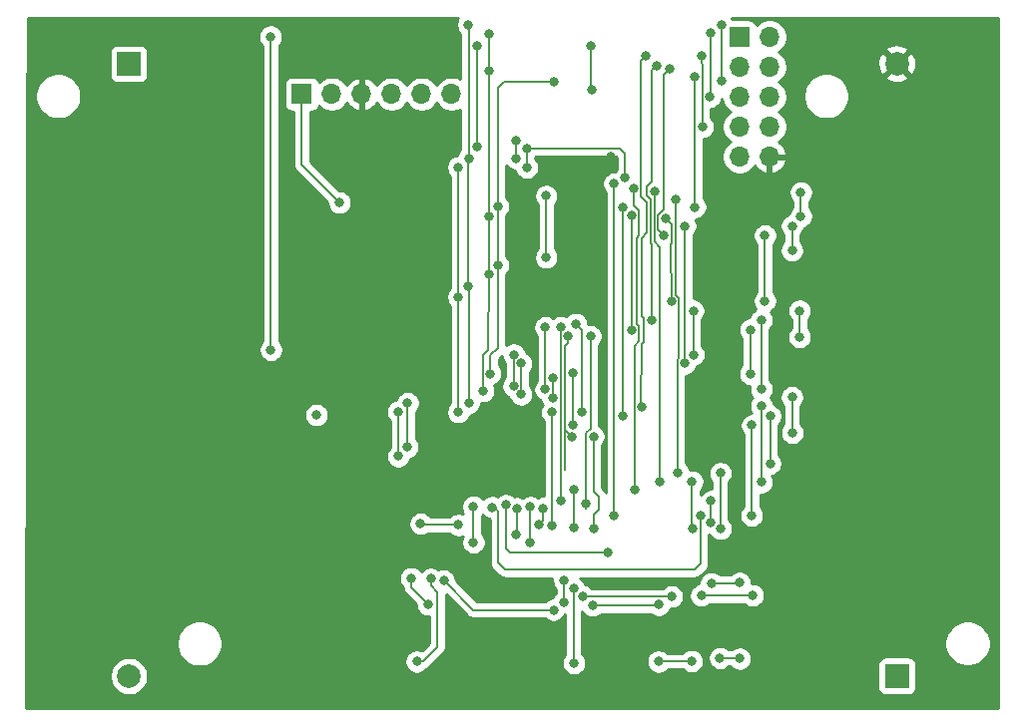
<source format=gbr>
G04 #@! TF.GenerationSoftware,KiCad,Pcbnew,(5.1.5)-3*
G04 #@! TF.CreationDate,2021-02-14T15:50:30-08:00*
G04 #@! TF.ProjectId,tree,74726565-2e6b-4696-9361-645f70636258,rev?*
G04 #@! TF.SameCoordinates,Original*
G04 #@! TF.FileFunction,Copper,L2,Bot*
G04 #@! TF.FilePolarity,Positive*
%FSLAX46Y46*%
G04 Gerber Fmt 4.6, Leading zero omitted, Abs format (unit mm)*
G04 Created by KiCad (PCBNEW (5.1.5)-3) date 2021-02-14 15:50:30*
%MOMM*%
%LPD*%
G04 APERTURE LIST*
%ADD10C,2.000000*%
%ADD11R,2.000000X2.000000*%
%ADD12R,1.700000X1.700000*%
%ADD13O,1.700000X1.700000*%
%ADD14C,0.800000*%
%ADD15C,0.152400*%
%ADD16C,0.254000*%
G04 APERTURE END LIST*
D10*
X159675000Y-126390000D03*
D11*
X159675000Y-74400000D03*
X224825000Y-126375000D03*
D10*
X224825000Y-74385000D03*
D12*
X174350000Y-76975000D03*
D13*
X176890000Y-76975000D03*
X179430000Y-76975000D03*
X181970000Y-76975000D03*
X184510000Y-76975000D03*
X187050000Y-76975000D03*
D12*
X211475000Y-72125000D03*
D13*
X214015000Y-72125000D03*
X211475000Y-74665000D03*
X214015000Y-74665000D03*
X211475000Y-77205000D03*
X214015000Y-77205000D03*
X211475000Y-79745000D03*
X214015000Y-79745000D03*
X211475000Y-82285000D03*
X214015000Y-82285000D03*
D14*
X168475000Y-93775000D03*
X181050000Y-95525000D03*
X185825000Y-101150000D03*
X194250000Y-108450000D03*
X200525000Y-82300000D03*
X199550000Y-92825000D03*
X164975000Y-102925000D03*
X209825000Y-124850000D03*
X211500000Y-124900000D03*
X209075000Y-118500000D03*
X211475000Y-118475000D03*
X208225000Y-119550000D03*
X212600000Y-119525000D03*
X198175000Y-119625000D03*
X205700000Y-119625000D03*
X199000000Y-120400000D03*
X204625000Y-120325000D03*
X207400000Y-125125000D03*
X204600000Y-125150000D03*
X186375000Y-118275000D03*
X195693288Y-120778600D03*
X196600000Y-118250000D03*
X196575000Y-120150000D03*
X197400000Y-118950000D03*
X197425000Y-125275000D03*
X185275000Y-118125000D03*
X184100000Y-125150000D03*
X183625000Y-118075000D03*
X185075000Y-120300000D03*
X215925000Y-88175000D03*
X215925000Y-90250000D03*
X216675000Y-87350000D03*
X216675000Y-85325000D03*
X213625000Y-88975000D03*
X213625000Y-94550000D03*
X216575000Y-95375000D03*
X216575000Y-97600000D03*
X213325000Y-96175000D03*
X213325000Y-102025000D03*
X212400000Y-96975000D03*
X212400000Y-100725000D03*
X215925000Y-102700000D03*
X215950000Y-105725000D03*
X212525000Y-105100000D03*
X212500000Y-112750000D03*
X214075000Y-104300000D03*
X214075000Y-108350000D03*
X213325000Y-103450000D03*
X213350000Y-109925000D03*
X177550000Y-86200000D03*
X192950000Y-102475000D03*
X192950000Y-99850000D03*
X206850000Y-99850000D03*
X206850000Y-88175000D03*
X171725000Y-98700000D03*
X171700000Y-72100000D03*
X206100000Y-85925000D03*
X206250000Y-109100000D03*
X209850000Y-109150000D03*
X209850000Y-113875000D03*
X208170424Y-112800145D03*
X190500000Y-112050000D03*
X196300000Y-96775000D03*
X209057554Y-113346703D03*
X196325000Y-111525000D03*
X209050000Y-111525000D03*
X204250000Y-85275000D03*
X204675000Y-109875000D03*
X207450000Y-109875000D03*
X207475000Y-113900000D03*
X197578600Y-96500000D03*
X195575000Y-104000000D03*
X195600000Y-113625000D03*
X198100000Y-103925000D03*
X191650000Y-111875000D03*
X200300000Y-115875000D03*
X202496401Y-85025000D03*
X202575000Y-110550000D03*
X197400000Y-110525000D03*
X197400000Y-113775000D03*
X196950000Y-97550000D03*
X197273555Y-106052034D03*
X199075000Y-106050000D03*
X199075000Y-113875000D03*
X192562913Y-112146400D03*
X192550000Y-114350000D03*
X198825000Y-97525000D03*
X198425000Y-111750000D03*
X194800000Y-112146400D03*
X194425000Y-113525000D03*
X187625000Y-113550000D03*
X184425000Y-113450000D03*
X200850000Y-84575000D03*
X200850000Y-112775000D03*
X193725000Y-112025000D03*
X193725000Y-115050000D03*
X188900000Y-115050000D03*
X188900000Y-112000000D03*
X205525000Y-74846400D03*
X205050000Y-88975000D03*
X207700000Y-86575000D03*
X207700000Y-75475000D03*
X205725000Y-94575000D03*
X205200000Y-87546400D03*
X204425000Y-74541590D03*
X204000000Y-96150000D03*
X192307825Y-101771665D03*
X192325000Y-99100000D03*
X207575000Y-99100000D03*
X207550000Y-95375000D03*
X202300000Y-87241590D03*
X202325000Y-96975000D03*
X197350000Y-100650000D03*
X197300000Y-105100000D03*
X203525000Y-73725000D03*
X203200000Y-103500000D03*
X201550000Y-104300000D03*
X201540797Y-86612990D03*
X195628600Y-101075000D03*
X195632741Y-102761834D03*
X189200000Y-81450000D03*
X198975000Y-76575000D03*
X198900000Y-72925000D03*
X189175000Y-72900000D03*
X190975000Y-91500000D03*
X195703600Y-75975000D03*
X190975000Y-86525000D03*
X190328600Y-100700000D03*
X208225000Y-73775000D03*
X208328600Y-79750000D03*
X190200000Y-92275000D03*
X190200000Y-75000000D03*
X190200000Y-87400000D03*
X189700000Y-102200000D03*
X190225000Y-71850000D03*
X209000000Y-71775000D03*
X208975000Y-77200000D03*
X195075000Y-85625000D03*
X195075000Y-90850000D03*
X182525000Y-103950000D03*
X182525000Y-107725000D03*
X187625000Y-103975000D03*
X187625000Y-94200000D03*
X187625000Y-83200000D03*
X193425000Y-83200000D03*
X193425000Y-81578600D03*
X201775000Y-84100000D03*
X183325000Y-103200000D03*
X183275000Y-106925000D03*
X188500000Y-103225000D03*
X188475000Y-93325000D03*
X188500000Y-82450000D03*
X192500000Y-82425000D03*
X192525000Y-80950000D03*
X188475000Y-71100000D03*
X209925000Y-71125000D03*
X209925000Y-75825000D03*
X195000000Y-96775000D03*
X195000000Y-102050000D03*
X175600000Y-104225000D03*
D15*
X209825000Y-124850000D02*
X211450000Y-124850000D01*
X211450000Y-124850000D02*
X211500000Y-124900000D01*
X211300000Y-118500000D02*
X209075000Y-118500000D01*
X211475000Y-118475000D02*
X211300000Y-118500000D01*
X208225000Y-119550000D02*
X212575000Y-119550000D01*
X212575000Y-119550000D02*
X212600000Y-119525000D01*
X198175000Y-119625000D02*
X205700000Y-119625000D01*
X199000000Y-120400000D02*
X204550000Y-120400000D01*
X204550000Y-120400000D02*
X204625000Y-120325000D01*
X207400000Y-125125000D02*
X204625000Y-125125000D01*
X204625000Y-125125000D02*
X204600000Y-125150000D01*
X186375000Y-118275000D02*
X188878600Y-120778600D01*
X188878600Y-120778600D02*
X195693288Y-120778600D01*
X196600000Y-118250000D02*
X196600000Y-120125000D01*
X196600000Y-120125000D02*
X196575000Y-120150000D01*
X197400000Y-118950000D02*
X197400000Y-125250000D01*
X197400000Y-125250000D02*
X197425000Y-125275000D01*
X185275000Y-118690685D02*
X185850000Y-119265685D01*
X185275000Y-118125000D02*
X185275000Y-118690685D01*
X185850000Y-119265685D02*
X185850000Y-123925000D01*
X185850000Y-123925000D02*
X184625000Y-125150000D01*
X184625000Y-125150000D02*
X184100000Y-125150000D01*
X183625000Y-118075000D02*
X183625000Y-118850000D01*
X183625000Y-118850000D02*
X185075000Y-120300000D01*
X215925000Y-88175000D02*
X215925000Y-90250000D01*
X216675000Y-87350000D02*
X216675000Y-85325000D01*
X213625000Y-88975000D02*
X213625000Y-94550000D01*
X216575000Y-95375000D02*
X216575000Y-97600000D01*
X213325000Y-96175000D02*
X213325000Y-102025000D01*
X212400000Y-96975000D02*
X212400000Y-100725000D01*
X215925000Y-102700000D02*
X215925000Y-105700000D01*
X215925000Y-105700000D02*
X215950000Y-105725000D01*
X212525000Y-105100000D02*
X212525000Y-112725000D01*
X212525000Y-112725000D02*
X212500000Y-112750000D01*
X214075000Y-104300000D02*
X214075000Y-108350000D01*
X213325000Y-103450000D02*
X213325000Y-109900000D01*
X213325000Y-109900000D02*
X213350000Y-109925000D01*
X174350000Y-83000000D02*
X174350000Y-76975000D01*
X177550000Y-86200000D02*
X174350000Y-83000000D01*
X192950000Y-102475000D02*
X192950000Y-99850000D01*
X206850000Y-99850000D02*
X206850000Y-88175000D01*
X171725000Y-98700000D02*
X171725000Y-72125000D01*
X171725000Y-72125000D02*
X171700000Y-72100000D01*
X206100000Y-94019670D02*
X206353601Y-94273271D01*
X206100000Y-85925000D02*
X206100000Y-94019670D01*
X206353601Y-99416069D02*
X206221399Y-99548271D01*
X206221399Y-109071399D02*
X206250000Y-109100000D01*
X206221399Y-99548271D02*
X206221399Y-109071399D01*
X206353601Y-94273271D02*
X206353601Y-99416069D01*
X209850000Y-109150000D02*
X209850000Y-113875000D01*
X208170424Y-116854576D02*
X208170424Y-112800145D01*
X207675000Y-117350000D02*
X208170424Y-116854576D01*
X191000000Y-112340685D02*
X191000000Y-116775000D01*
X191575000Y-117350000D02*
X207675000Y-117350000D01*
X191000000Y-116775000D02*
X191575000Y-117350000D01*
X190500000Y-112050000D02*
X191000000Y-112340685D01*
X196325000Y-111525000D02*
X196300000Y-111100000D01*
X196300000Y-111100000D02*
X196300000Y-96775000D01*
X209050000Y-111525000D02*
X209050000Y-113339149D01*
X209050000Y-113339149D02*
X209057554Y-113346703D01*
X204250000Y-89518809D02*
X204625000Y-89893809D01*
X204250000Y-85275000D02*
X204250000Y-89518809D01*
X204625000Y-89893809D02*
X204675000Y-89943809D01*
X204675000Y-89943809D02*
X204675000Y-109875000D01*
X207450000Y-109875000D02*
X207450000Y-113875000D01*
X207450000Y-113875000D02*
X207475000Y-113900000D01*
X195575000Y-104000000D02*
X195575000Y-113600000D01*
X195575000Y-113600000D02*
X195600000Y-113625000D01*
X198100000Y-97021400D02*
X197578600Y-96500000D01*
X198100000Y-103925000D02*
X198100000Y-97021400D01*
X191650000Y-111875000D02*
X191650000Y-112440685D01*
X191650000Y-112440685D02*
X191650000Y-115550000D01*
X191650000Y-115550000D02*
X191975000Y-115875000D01*
X191975000Y-115875000D02*
X198100000Y-115875000D01*
X198100000Y-115875000D02*
X200300000Y-115875000D01*
X202496401Y-85025000D02*
X202496401Y-86446401D01*
X202496401Y-86446401D02*
X202750000Y-86700000D01*
X202928601Y-89015115D02*
X202750000Y-89193716D01*
X202750000Y-86700000D02*
X202928601Y-86878601D01*
X202928601Y-86878601D02*
X202928601Y-89015115D01*
X202571399Y-98365333D02*
X202571399Y-105171399D01*
X202953601Y-96673271D02*
X202953601Y-97983131D01*
X202750000Y-89193716D02*
X202750000Y-96469670D01*
X202953601Y-97983131D02*
X202571399Y-98365333D01*
X202750000Y-96469670D02*
X202953601Y-96673271D01*
X202571399Y-105171399D02*
X202575000Y-105175000D01*
X202575000Y-105175000D02*
X202575000Y-110550000D01*
X197400000Y-110525000D02*
X197400000Y-113775000D01*
X196950000Y-97550000D02*
X196950000Y-98115685D01*
X196950000Y-98115685D02*
X196671399Y-98394286D01*
X196671399Y-103778601D02*
X196671399Y-105449878D01*
X196671399Y-105449878D02*
X197273555Y-106052034D01*
X196671399Y-103778601D02*
X196671399Y-108871399D01*
X196671399Y-98394286D02*
X196671399Y-103778601D01*
X199500000Y-111125000D02*
X199075000Y-110700000D01*
X199500000Y-112275000D02*
X199500000Y-111125000D01*
X199075000Y-110700000D02*
X199075000Y-106050000D01*
X199075000Y-112700000D02*
X199500000Y-112275000D01*
X199075000Y-113875000D02*
X199075000Y-112700000D01*
X192562913Y-112146400D02*
X192562913Y-114337087D01*
X192562913Y-114337087D02*
X192550000Y-114350000D01*
X198825000Y-97525000D02*
X198825000Y-98090685D01*
X198446399Y-105748271D02*
X198446399Y-106351729D01*
X198825000Y-98090685D02*
X198825000Y-105369670D01*
X198825000Y-105369670D02*
X198446399Y-105748271D01*
X198425000Y-106373128D02*
X198425000Y-111750000D01*
X198446399Y-106351729D02*
X198425000Y-106373128D01*
X198425000Y-111750000D02*
X198425000Y-112150000D01*
X194800000Y-112146400D02*
X194800000Y-113150000D01*
X194800000Y-113150000D02*
X194425000Y-113525000D01*
X187625000Y-113550000D02*
X184525000Y-113550000D01*
X184525000Y-113550000D02*
X184425000Y-113450000D01*
X200850000Y-84575000D02*
X200850000Y-112775000D01*
X193725000Y-112025000D02*
X193725000Y-115050000D01*
X188900000Y-115050000D02*
X188900000Y-112000000D01*
X205050000Y-75321400D02*
X205525000Y-74846400D01*
X205050000Y-86766070D02*
X205050000Y-75321400D01*
X204571399Y-87244671D02*
X205050000Y-86766070D01*
X204571399Y-88496399D02*
X204571399Y-87244671D01*
X205050000Y-88975000D02*
X204571399Y-88496399D01*
X207700000Y-75475000D02*
X207700000Y-86575000D01*
X205678600Y-94528600D02*
X205725000Y-94575000D01*
X205678601Y-88025001D02*
X205678601Y-89671399D01*
X205200000Y-87546400D02*
X205678601Y-88025001D01*
X205678601Y-89671399D02*
X205650000Y-89700000D01*
X205650000Y-89700000D02*
X205678600Y-94528600D01*
X204025001Y-74941589D02*
X204425000Y-74541590D01*
X203945190Y-85900520D02*
X203621399Y-85576729D01*
X203945190Y-89645065D02*
X203945190Y-85900520D01*
X204025001Y-96124999D02*
X204050000Y-89749875D01*
X203621399Y-85576729D02*
X203621399Y-84828601D01*
X204050000Y-89749875D02*
X203945190Y-89645065D01*
X204000000Y-96150000D02*
X204025001Y-96124999D01*
X204002451Y-84422549D02*
X203800000Y-84625000D01*
X204002451Y-83472549D02*
X204025001Y-74941589D01*
X204002451Y-83472549D02*
X204002451Y-84422549D01*
X203621399Y-84828601D02*
X203800000Y-84625000D01*
X192307825Y-101771665D02*
X192307825Y-99117175D01*
X192307825Y-99117175D02*
X192325000Y-99100000D01*
X207575000Y-99100000D02*
X207575000Y-95400000D01*
X207575000Y-95400000D02*
X207550000Y-95375000D01*
X202300000Y-96950000D02*
X202325000Y-96975000D01*
X202300000Y-87241590D02*
X202300000Y-96950000D01*
X197350000Y-100650000D02*
X197350000Y-105050000D01*
X197350000Y-105050000D02*
X197300000Y-105100000D01*
X203125001Y-103425001D02*
X203200000Y-103500000D01*
X203525000Y-73725000D02*
X203125001Y-74124999D01*
X203125001Y-74124999D02*
X203125001Y-85675001D01*
X203640380Y-86190380D02*
X203640380Y-88734620D01*
X203125001Y-85675001D02*
X203640380Y-86190380D01*
X203640380Y-88734620D02*
X203175000Y-89200000D01*
X203153284Y-95378284D02*
X203153284Y-95803284D01*
X203175000Y-89200000D02*
X203153284Y-95378284D01*
X203371399Y-96021399D02*
X203371399Y-97996399D01*
X203153284Y-95803284D02*
X203371399Y-96021399D01*
X203371399Y-97996399D02*
X203175000Y-98192798D01*
X203175000Y-98192798D02*
X203175000Y-98200000D01*
X203175000Y-98200000D02*
X203125001Y-103425001D01*
X201540797Y-87815797D02*
X201575000Y-87850000D01*
X201540797Y-86612990D02*
X201540797Y-87815797D01*
X201575000Y-87850000D02*
X201550000Y-104300000D01*
X195628600Y-101075000D02*
X195628600Y-102757693D01*
X195628600Y-102757693D02*
X195632741Y-102761834D01*
X198900000Y-72925000D02*
X198900000Y-76500000D01*
X198900000Y-76500000D02*
X198975000Y-76575000D01*
X189200000Y-74300000D02*
X189200000Y-81450000D01*
X189175000Y-72900000D02*
X189200000Y-74300000D01*
X191500000Y-75975000D02*
X191000000Y-76475000D01*
X195703600Y-75975000D02*
X191500000Y-75975000D01*
X191000000Y-76475000D02*
X190975000Y-86525000D01*
X190975000Y-86525000D02*
X190975000Y-91500000D01*
X190975000Y-91500000D02*
X190975000Y-98500000D01*
X190328600Y-99146400D02*
X190328600Y-100700000D01*
X190975000Y-98500000D02*
X190328600Y-99146400D01*
X208346399Y-79732201D02*
X208328600Y-79750000D01*
X208346399Y-74462084D02*
X208346399Y-79732201D01*
X208225000Y-73775000D02*
X208225000Y-74340685D01*
X208225000Y-74340685D02*
X208346399Y-74462084D01*
X190200000Y-92275000D02*
X190200000Y-87400000D01*
X190200000Y-87400000D02*
X190200000Y-75000000D01*
X189700000Y-99150000D02*
X190150000Y-98700000D01*
X190150000Y-98700000D02*
X190200000Y-92275000D01*
X189700000Y-102200000D02*
X189700000Y-99150000D01*
X190200000Y-75000000D02*
X190200000Y-71875000D01*
X190200000Y-71875000D02*
X190225000Y-71850000D01*
X209000000Y-71775000D02*
X209000000Y-77175000D01*
X209000000Y-77175000D02*
X208975000Y-77200000D01*
X195075000Y-85625000D02*
X195075000Y-90850000D01*
X182525000Y-103950000D02*
X182525000Y-107725000D01*
X187625000Y-103975000D02*
X187625000Y-94200000D01*
X187625000Y-94200000D02*
X187625000Y-83200000D01*
X193425000Y-83200000D02*
X193425000Y-81400000D01*
X193425000Y-81400000D02*
X193425000Y-81578600D01*
X193425000Y-81578600D02*
X201296400Y-81578600D01*
X201296400Y-81578600D02*
X201775000Y-82057200D01*
X201775000Y-82057200D02*
X201775000Y-84100000D01*
X183325000Y-103200000D02*
X183325000Y-106875000D01*
X183325000Y-106875000D02*
X183275000Y-106925000D01*
X188500000Y-103225000D02*
X188500000Y-93350000D01*
X188500000Y-93350000D02*
X188475000Y-93325000D01*
X188475000Y-93325000D02*
X188475000Y-82475000D01*
X188475000Y-82475000D02*
X188500000Y-82450000D01*
X192500000Y-82425000D02*
X192500000Y-80975000D01*
X192500000Y-80975000D02*
X192525000Y-80950000D01*
X188500000Y-82450000D02*
X188500000Y-71125000D01*
X188500000Y-71125000D02*
X188475000Y-71100000D01*
X209925000Y-71125000D02*
X209925000Y-75825000D01*
X195000000Y-96775000D02*
X195000000Y-102050000D01*
D16*
G36*
X187557795Y-70609744D02*
G01*
X187479774Y-70798102D01*
X187440000Y-70998061D01*
X187440000Y-71201939D01*
X187479774Y-71401898D01*
X187557795Y-71590256D01*
X187671063Y-71759774D01*
X187788801Y-71877512D01*
X187788801Y-75682657D01*
X187753411Y-75659010D01*
X187483158Y-75547068D01*
X187196260Y-75490000D01*
X186903740Y-75490000D01*
X186616842Y-75547068D01*
X186346589Y-75659010D01*
X186103368Y-75821525D01*
X185896525Y-76028368D01*
X185780000Y-76202760D01*
X185663475Y-76028368D01*
X185456632Y-75821525D01*
X185213411Y-75659010D01*
X184943158Y-75547068D01*
X184656260Y-75490000D01*
X184363740Y-75490000D01*
X184076842Y-75547068D01*
X183806589Y-75659010D01*
X183563368Y-75821525D01*
X183356525Y-76028368D01*
X183240000Y-76202760D01*
X183123475Y-76028368D01*
X182916632Y-75821525D01*
X182673411Y-75659010D01*
X182403158Y-75547068D01*
X182116260Y-75490000D01*
X181823740Y-75490000D01*
X181536842Y-75547068D01*
X181266589Y-75659010D01*
X181023368Y-75821525D01*
X180816525Y-76028368D01*
X180694805Y-76210534D01*
X180625178Y-76093645D01*
X180430269Y-75877412D01*
X180196920Y-75703359D01*
X179934099Y-75578175D01*
X179786890Y-75533524D01*
X179557000Y-75654845D01*
X179557000Y-76848000D01*
X179577000Y-76848000D01*
X179577000Y-77102000D01*
X179557000Y-77102000D01*
X179557000Y-78295155D01*
X179786890Y-78416476D01*
X179934099Y-78371825D01*
X180196920Y-78246641D01*
X180430269Y-78072588D01*
X180625178Y-77856355D01*
X180694805Y-77739466D01*
X180816525Y-77921632D01*
X181023368Y-78128475D01*
X181266589Y-78290990D01*
X181536842Y-78402932D01*
X181823740Y-78460000D01*
X182116260Y-78460000D01*
X182403158Y-78402932D01*
X182673411Y-78290990D01*
X182916632Y-78128475D01*
X183123475Y-77921632D01*
X183240000Y-77747240D01*
X183356525Y-77921632D01*
X183563368Y-78128475D01*
X183806589Y-78290990D01*
X184076842Y-78402932D01*
X184363740Y-78460000D01*
X184656260Y-78460000D01*
X184943158Y-78402932D01*
X185213411Y-78290990D01*
X185456632Y-78128475D01*
X185663475Y-77921632D01*
X185780000Y-77747240D01*
X185896525Y-77921632D01*
X186103368Y-78128475D01*
X186346589Y-78290990D01*
X186616842Y-78402932D01*
X186903740Y-78460000D01*
X187196260Y-78460000D01*
X187483158Y-78402932D01*
X187753411Y-78290990D01*
X187788800Y-78267344D01*
X187788800Y-81697489D01*
X187696063Y-81790226D01*
X187582795Y-81959744D01*
X187504774Y-82148102D01*
X187500521Y-82169483D01*
X187323102Y-82204774D01*
X187134744Y-82282795D01*
X186965226Y-82396063D01*
X186821063Y-82540226D01*
X186707795Y-82709744D01*
X186629774Y-82898102D01*
X186590000Y-83098061D01*
X186590000Y-83301939D01*
X186629774Y-83501898D01*
X186707795Y-83690256D01*
X186821063Y-83859774D01*
X186913801Y-83952512D01*
X186913800Y-93447489D01*
X186821063Y-93540226D01*
X186707795Y-93709744D01*
X186629774Y-93898102D01*
X186590000Y-94098061D01*
X186590000Y-94301939D01*
X186629774Y-94501898D01*
X186707795Y-94690256D01*
X186821063Y-94859774D01*
X186913801Y-94952512D01*
X186913800Y-103222489D01*
X186821063Y-103315226D01*
X186707795Y-103484744D01*
X186629774Y-103673102D01*
X186590000Y-103873061D01*
X186590000Y-104076939D01*
X186629774Y-104276898D01*
X186707795Y-104465256D01*
X186821063Y-104634774D01*
X186965226Y-104778937D01*
X187134744Y-104892205D01*
X187323102Y-104970226D01*
X187523061Y-105010000D01*
X187726939Y-105010000D01*
X187926898Y-104970226D01*
X188115256Y-104892205D01*
X188284774Y-104778937D01*
X188428937Y-104634774D01*
X188542205Y-104465256D01*
X188620226Y-104276898D01*
X188624479Y-104255517D01*
X188801898Y-104220226D01*
X188990256Y-104142205D01*
X189159774Y-104028937D01*
X189303937Y-103884774D01*
X189417205Y-103715256D01*
X189495226Y-103526898D01*
X189535000Y-103326939D01*
X189535000Y-103222456D01*
X189598061Y-103235000D01*
X189801939Y-103235000D01*
X190001898Y-103195226D01*
X190190256Y-103117205D01*
X190359774Y-103003937D01*
X190503937Y-102859774D01*
X190617205Y-102690256D01*
X190695226Y-102501898D01*
X190735000Y-102301939D01*
X190735000Y-102098061D01*
X190695226Y-101898102D01*
X190617205Y-101709744D01*
X190610202Y-101699263D01*
X190630498Y-101695226D01*
X190818856Y-101617205D01*
X190988374Y-101503937D01*
X191132537Y-101359774D01*
X191245805Y-101190256D01*
X191323826Y-101001898D01*
X191363600Y-100801939D01*
X191363600Y-100598061D01*
X191323826Y-100398102D01*
X191245805Y-100209744D01*
X191132537Y-100040226D01*
X191039800Y-99947489D01*
X191039800Y-99440988D01*
X191290000Y-99190788D01*
X191290000Y-99201939D01*
X191329774Y-99401898D01*
X191407795Y-99590256D01*
X191521063Y-99759774D01*
X191596626Y-99835337D01*
X191596625Y-101019154D01*
X191503888Y-101111891D01*
X191390620Y-101281409D01*
X191312599Y-101469767D01*
X191272825Y-101669726D01*
X191272825Y-101873604D01*
X191312599Y-102073563D01*
X191390620Y-102261921D01*
X191503888Y-102431439D01*
X191648051Y-102575602D01*
X191817569Y-102688870D01*
X191948012Y-102742902D01*
X191954774Y-102776898D01*
X192032795Y-102965256D01*
X192146063Y-103134774D01*
X192290226Y-103278937D01*
X192459744Y-103392205D01*
X192648102Y-103470226D01*
X192848061Y-103510000D01*
X193051939Y-103510000D01*
X193251898Y-103470226D01*
X193440256Y-103392205D01*
X193609774Y-103278937D01*
X193753937Y-103134774D01*
X193867205Y-102965256D01*
X193945226Y-102776898D01*
X193985000Y-102576939D01*
X193985000Y-102373061D01*
X193945226Y-102173102D01*
X193867205Y-101984744D01*
X193753937Y-101815226D01*
X193661200Y-101722489D01*
X193661200Y-100602511D01*
X193753937Y-100509774D01*
X193867205Y-100340256D01*
X193945226Y-100151898D01*
X193985000Y-99951939D01*
X193985000Y-99748061D01*
X193945226Y-99548102D01*
X193867205Y-99359744D01*
X193753937Y-99190226D01*
X193609774Y-99046063D01*
X193440256Y-98932795D01*
X193338646Y-98890706D01*
X193320226Y-98798102D01*
X193242205Y-98609744D01*
X193128937Y-98440226D01*
X192984774Y-98296063D01*
X192815256Y-98182795D01*
X192626898Y-98104774D01*
X192426939Y-98065000D01*
X192223061Y-98065000D01*
X192023102Y-98104774D01*
X191834744Y-98182795D01*
X191686200Y-98282049D01*
X191686200Y-92252511D01*
X191778937Y-92159774D01*
X191892205Y-91990256D01*
X191970226Y-91801898D01*
X192010000Y-91601939D01*
X192010000Y-91398061D01*
X191970226Y-91198102D01*
X191892205Y-91009744D01*
X191778937Y-90840226D01*
X191686200Y-90747489D01*
X191686200Y-87277511D01*
X191778937Y-87184774D01*
X191892205Y-87015256D01*
X191970226Y-86826898D01*
X192010000Y-86626939D01*
X192010000Y-86423061D01*
X191970226Y-86223102D01*
X191892205Y-86034744D01*
X191778937Y-85865226D01*
X191688069Y-85774358D01*
X191688694Y-85523061D01*
X194040000Y-85523061D01*
X194040000Y-85726939D01*
X194079774Y-85926898D01*
X194157795Y-86115256D01*
X194271063Y-86284774D01*
X194363800Y-86377511D01*
X194363801Y-90097488D01*
X194271063Y-90190226D01*
X194157795Y-90359744D01*
X194079774Y-90548102D01*
X194040000Y-90748061D01*
X194040000Y-90951939D01*
X194079774Y-91151898D01*
X194157795Y-91340256D01*
X194271063Y-91509774D01*
X194415226Y-91653937D01*
X194584744Y-91767205D01*
X194773102Y-91845226D01*
X194973061Y-91885000D01*
X195176939Y-91885000D01*
X195376898Y-91845226D01*
X195565256Y-91767205D01*
X195734774Y-91653937D01*
X195878937Y-91509774D01*
X195992205Y-91340256D01*
X196070226Y-91151898D01*
X196110000Y-90951939D01*
X196110000Y-90748061D01*
X196070226Y-90548102D01*
X195992205Y-90359744D01*
X195878937Y-90190226D01*
X195786200Y-90097489D01*
X195786200Y-86377511D01*
X195878937Y-86284774D01*
X195992205Y-86115256D01*
X196070226Y-85926898D01*
X196110000Y-85726939D01*
X196110000Y-85523061D01*
X196070226Y-85323102D01*
X195992205Y-85134744D01*
X195878937Y-84965226D01*
X195734774Y-84821063D01*
X195565256Y-84707795D01*
X195376898Y-84629774D01*
X195176939Y-84590000D01*
X194973061Y-84590000D01*
X194773102Y-84629774D01*
X194584744Y-84707795D01*
X194415226Y-84821063D01*
X194271063Y-84965226D01*
X194157795Y-85134744D01*
X194079774Y-85323102D01*
X194040000Y-85523061D01*
X191688694Y-85523061D01*
X191694764Y-83082830D01*
X191696063Y-83084774D01*
X191840226Y-83228937D01*
X192009744Y-83342205D01*
X192198102Y-83420226D01*
X192398061Y-83460000D01*
X192421440Y-83460000D01*
X192429774Y-83501898D01*
X192507795Y-83690256D01*
X192621063Y-83859774D01*
X192765226Y-84003937D01*
X192934744Y-84117205D01*
X193123102Y-84195226D01*
X193323061Y-84235000D01*
X193526939Y-84235000D01*
X193726898Y-84195226D01*
X193915256Y-84117205D01*
X194084774Y-84003937D01*
X194228937Y-83859774D01*
X194342205Y-83690256D01*
X194420226Y-83501898D01*
X194460000Y-83301939D01*
X194460000Y-83098061D01*
X194420226Y-82898102D01*
X194342205Y-82709744D01*
X194228937Y-82540226D01*
X194136200Y-82447489D01*
X194136200Y-82331111D01*
X194177511Y-82289800D01*
X201001812Y-82289800D01*
X201063800Y-82351788D01*
X201063801Y-83347488D01*
X200971063Y-83440226D01*
X200904396Y-83540000D01*
X200748061Y-83540000D01*
X200548102Y-83579774D01*
X200359744Y-83657795D01*
X200190226Y-83771063D01*
X200046063Y-83915226D01*
X199932795Y-84084744D01*
X199854774Y-84273102D01*
X199815000Y-84473061D01*
X199815000Y-84676939D01*
X199854774Y-84876898D01*
X199932795Y-85065256D01*
X200046063Y-85234774D01*
X200138800Y-85327511D01*
X200138801Y-110811405D01*
X200094202Y-110727967D01*
X200062567Y-110689420D01*
X200005327Y-110619673D01*
X199978185Y-110597398D01*
X199786200Y-110405413D01*
X199786200Y-106802511D01*
X199878937Y-106709774D01*
X199992205Y-106540256D01*
X200070226Y-106351898D01*
X200110000Y-106151939D01*
X200110000Y-105948061D01*
X200070226Y-105748102D01*
X199992205Y-105559744D01*
X199878937Y-105390226D01*
X199734774Y-105246063D01*
X199565256Y-105132795D01*
X199536200Y-105120760D01*
X199536200Y-98277511D01*
X199628937Y-98184774D01*
X199742205Y-98015256D01*
X199820226Y-97826898D01*
X199860000Y-97626939D01*
X199860000Y-97423061D01*
X199820226Y-97223102D01*
X199742205Y-97034744D01*
X199628937Y-96865226D01*
X199484774Y-96721063D01*
X199315256Y-96607795D01*
X199126898Y-96529774D01*
X198926939Y-96490000D01*
X198723061Y-96490000D01*
X198613600Y-96511773D01*
X198613600Y-96398061D01*
X198573826Y-96198102D01*
X198495805Y-96009744D01*
X198382537Y-95840226D01*
X198238374Y-95696063D01*
X198068856Y-95582795D01*
X197880498Y-95504774D01*
X197680539Y-95465000D01*
X197476661Y-95465000D01*
X197276702Y-95504774D01*
X197088344Y-95582795D01*
X196918826Y-95696063D01*
X196774663Y-95840226D01*
X196768849Y-95848928D01*
X196601898Y-95779774D01*
X196401939Y-95740000D01*
X196198061Y-95740000D01*
X195998102Y-95779774D01*
X195809744Y-95857795D01*
X195650000Y-95964532D01*
X195490256Y-95857795D01*
X195301898Y-95779774D01*
X195101939Y-95740000D01*
X194898061Y-95740000D01*
X194698102Y-95779774D01*
X194509744Y-95857795D01*
X194340226Y-95971063D01*
X194196063Y-96115226D01*
X194082795Y-96284744D01*
X194004774Y-96473102D01*
X193965000Y-96673061D01*
X193965000Y-96876939D01*
X194004774Y-97076898D01*
X194082795Y-97265256D01*
X194196063Y-97434774D01*
X194288800Y-97527511D01*
X194288801Y-101297488D01*
X194196063Y-101390226D01*
X194082795Y-101559744D01*
X194004774Y-101748102D01*
X193965000Y-101948061D01*
X193965000Y-102151939D01*
X194004774Y-102351898D01*
X194082795Y-102540256D01*
X194196063Y-102709774D01*
X194340226Y-102853937D01*
X194509744Y-102967205D01*
X194628063Y-103016215D01*
X194637515Y-103063732D01*
X194715536Y-103252090D01*
X194773079Y-103338210D01*
X194771063Y-103340226D01*
X194657795Y-103509744D01*
X194579774Y-103698102D01*
X194540000Y-103898061D01*
X194540000Y-104101939D01*
X194579774Y-104301898D01*
X194657795Y-104490256D01*
X194771063Y-104659774D01*
X194863800Y-104752511D01*
X194863801Y-111111400D01*
X194698061Y-111111400D01*
X194498102Y-111151174D01*
X194363574Y-111206898D01*
X194215256Y-111107795D01*
X194026898Y-111029774D01*
X193826939Y-110990000D01*
X193623061Y-110990000D01*
X193423102Y-111029774D01*
X193234744Y-111107795D01*
X193065226Y-111221063D01*
X193055522Y-111230767D01*
X193053169Y-111229195D01*
X192864811Y-111151174D01*
X192664852Y-111111400D01*
X192460974Y-111111400D01*
X192368504Y-111129793D01*
X192309774Y-111071063D01*
X192140256Y-110957795D01*
X191951898Y-110879774D01*
X191751939Y-110840000D01*
X191548061Y-110840000D01*
X191348102Y-110879774D01*
X191159744Y-110957795D01*
X190990226Y-111071063D01*
X190946584Y-111114705D01*
X190801898Y-111054774D01*
X190601939Y-111015000D01*
X190398061Y-111015000D01*
X190198102Y-111054774D01*
X190009744Y-111132795D01*
X189840226Y-111246063D01*
X189720810Y-111365479D01*
X189703937Y-111340226D01*
X189559774Y-111196063D01*
X189390256Y-111082795D01*
X189201898Y-111004774D01*
X189001939Y-110965000D01*
X188798061Y-110965000D01*
X188598102Y-111004774D01*
X188409744Y-111082795D01*
X188240226Y-111196063D01*
X188096063Y-111340226D01*
X187982795Y-111509744D01*
X187904774Y-111698102D01*
X187865000Y-111898061D01*
X187865000Y-112101939D01*
X187904774Y-112301898D01*
X187982795Y-112490256D01*
X188063793Y-112611478D01*
X187926898Y-112554774D01*
X187726939Y-112515000D01*
X187523061Y-112515000D01*
X187323102Y-112554774D01*
X187134744Y-112632795D01*
X186965226Y-112746063D01*
X186872489Y-112838800D01*
X185261393Y-112838800D01*
X185228937Y-112790226D01*
X185084774Y-112646063D01*
X184915256Y-112532795D01*
X184726898Y-112454774D01*
X184526939Y-112415000D01*
X184323061Y-112415000D01*
X184123102Y-112454774D01*
X183934744Y-112532795D01*
X183765226Y-112646063D01*
X183621063Y-112790226D01*
X183507795Y-112959744D01*
X183429774Y-113148102D01*
X183390000Y-113348061D01*
X183390000Y-113551939D01*
X183429774Y-113751898D01*
X183507795Y-113940256D01*
X183621063Y-114109774D01*
X183765226Y-114253937D01*
X183934744Y-114367205D01*
X184123102Y-114445226D01*
X184323061Y-114485000D01*
X184526939Y-114485000D01*
X184726898Y-114445226D01*
X184915256Y-114367205D01*
X185073904Y-114261200D01*
X186872489Y-114261200D01*
X186965226Y-114353937D01*
X187134744Y-114467205D01*
X187323102Y-114545226D01*
X187523061Y-114585000D01*
X187726939Y-114585000D01*
X187926898Y-114545226D01*
X188017599Y-114507656D01*
X187982795Y-114559744D01*
X187904774Y-114748102D01*
X187865000Y-114948061D01*
X187865000Y-115151939D01*
X187904774Y-115351898D01*
X187982795Y-115540256D01*
X188096063Y-115709774D01*
X188240226Y-115853937D01*
X188409744Y-115967205D01*
X188598102Y-116045226D01*
X188798061Y-116085000D01*
X189001939Y-116085000D01*
X189201898Y-116045226D01*
X189390256Y-115967205D01*
X189559774Y-115853937D01*
X189703937Y-115709774D01*
X189817205Y-115540256D01*
X189895226Y-115351898D01*
X189935000Y-115151939D01*
X189935000Y-114948061D01*
X189895226Y-114748102D01*
X189817205Y-114559744D01*
X189703937Y-114390226D01*
X189611200Y-114297489D01*
X189611200Y-112752511D01*
X189679190Y-112684521D01*
X189696063Y-112709774D01*
X189840226Y-112853937D01*
X190009744Y-112967205D01*
X190198102Y-113045226D01*
X190288800Y-113063267D01*
X190288801Y-116740064D01*
X190285360Y-116775000D01*
X190288801Y-116809936D01*
X190299092Y-116914420D01*
X190323231Y-116993995D01*
X190339759Y-117048481D01*
X190405798Y-117172032D01*
X190472403Y-117253190D01*
X190494674Y-117280327D01*
X190521810Y-117302597D01*
X191047402Y-117828190D01*
X191069673Y-117855327D01*
X191096809Y-117877597D01*
X191177967Y-117944202D01*
X191301518Y-118010242D01*
X191375866Y-118032795D01*
X191435580Y-118050909D01*
X191540064Y-118061200D01*
X191540071Y-118061200D01*
X191575000Y-118064640D01*
X191609928Y-118061200D01*
X195582278Y-118061200D01*
X195565000Y-118148061D01*
X195565000Y-118351939D01*
X195604774Y-118551898D01*
X195682795Y-118740256D01*
X195796063Y-118909774D01*
X195888800Y-119002511D01*
X195888801Y-119372488D01*
X195771063Y-119490226D01*
X195657795Y-119659744D01*
X195623060Y-119743600D01*
X195591349Y-119743600D01*
X195391390Y-119783374D01*
X195203032Y-119861395D01*
X195033514Y-119974663D01*
X194940777Y-120067400D01*
X189173188Y-120067400D01*
X187410000Y-118304213D01*
X187410000Y-118173061D01*
X187370226Y-117973102D01*
X187292205Y-117784744D01*
X187178937Y-117615226D01*
X187034774Y-117471063D01*
X186865256Y-117357795D01*
X186676898Y-117279774D01*
X186476939Y-117240000D01*
X186273061Y-117240000D01*
X186073102Y-117279774D01*
X185946094Y-117332383D01*
X185934774Y-117321063D01*
X185765256Y-117207795D01*
X185576898Y-117129774D01*
X185376939Y-117090000D01*
X185173061Y-117090000D01*
X184973102Y-117129774D01*
X184784744Y-117207795D01*
X184615226Y-117321063D01*
X184471063Y-117465226D01*
X184466704Y-117471749D01*
X184428937Y-117415226D01*
X184284774Y-117271063D01*
X184115256Y-117157795D01*
X183926898Y-117079774D01*
X183726939Y-117040000D01*
X183523061Y-117040000D01*
X183323102Y-117079774D01*
X183134744Y-117157795D01*
X182965226Y-117271063D01*
X182821063Y-117415226D01*
X182707795Y-117584744D01*
X182629774Y-117773102D01*
X182590000Y-117973061D01*
X182590000Y-118176939D01*
X182629774Y-118376898D01*
X182707795Y-118565256D01*
X182821063Y-118734774D01*
X182912685Y-118826396D01*
X182910360Y-118850000D01*
X182913800Y-118884926D01*
X182913800Y-118884936D01*
X182924091Y-118989420D01*
X182962186Y-119115000D01*
X182964759Y-119123481D01*
X183030798Y-119247032D01*
X183097403Y-119328190D01*
X183119674Y-119355327D01*
X183146810Y-119377597D01*
X184040000Y-120270788D01*
X184040000Y-120401939D01*
X184079774Y-120601898D01*
X184157795Y-120790256D01*
X184271063Y-120959774D01*
X184415226Y-121103937D01*
X184584744Y-121217205D01*
X184773102Y-121295226D01*
X184973061Y-121335000D01*
X185138800Y-121335000D01*
X185138801Y-123630410D01*
X184552186Y-124217026D01*
X184401898Y-124154774D01*
X184201939Y-124115000D01*
X183998061Y-124115000D01*
X183798102Y-124154774D01*
X183609744Y-124232795D01*
X183440226Y-124346063D01*
X183296063Y-124490226D01*
X183182795Y-124659744D01*
X183104774Y-124848102D01*
X183065000Y-125048061D01*
X183065000Y-125251939D01*
X183104774Y-125451898D01*
X183182795Y-125640256D01*
X183296063Y-125809774D01*
X183440226Y-125953937D01*
X183609744Y-126067205D01*
X183798102Y-126145226D01*
X183998061Y-126185000D01*
X184201939Y-126185000D01*
X184401898Y-126145226D01*
X184590256Y-126067205D01*
X184759774Y-125953937D01*
X184903937Y-125809774D01*
X184906482Y-125805966D01*
X185022033Y-125744202D01*
X185130327Y-125655327D01*
X185152601Y-125628186D01*
X186328196Y-124452593D01*
X186355327Y-124430327D01*
X186377593Y-124403196D01*
X186377598Y-124403191D01*
X186444202Y-124322033D01*
X186510242Y-124198482D01*
X186550909Y-124064420D01*
X186552717Y-124046063D01*
X186561200Y-123959936D01*
X186561200Y-123959929D01*
X186564640Y-123925000D01*
X186561200Y-123890072D01*
X186561200Y-119466987D01*
X188351003Y-121256791D01*
X188373273Y-121283927D01*
X188481567Y-121372802D01*
X188605119Y-121438842D01*
X188739180Y-121479509D01*
X188843664Y-121489800D01*
X188843673Y-121489800D01*
X188878599Y-121493240D01*
X188913525Y-121489800D01*
X194940777Y-121489800D01*
X195033514Y-121582537D01*
X195203032Y-121695805D01*
X195391390Y-121773826D01*
X195591349Y-121813600D01*
X195795227Y-121813600D01*
X195995186Y-121773826D01*
X196183544Y-121695805D01*
X196353062Y-121582537D01*
X196497225Y-121438374D01*
X196610493Y-121268856D01*
X196645228Y-121185000D01*
X196676939Y-121185000D01*
X196688800Y-121182641D01*
X196688801Y-124547488D01*
X196621063Y-124615226D01*
X196507795Y-124784744D01*
X196429774Y-124973102D01*
X196390000Y-125173061D01*
X196390000Y-125376939D01*
X196429774Y-125576898D01*
X196507795Y-125765256D01*
X196621063Y-125934774D01*
X196765226Y-126078937D01*
X196934744Y-126192205D01*
X197123102Y-126270226D01*
X197323061Y-126310000D01*
X197526939Y-126310000D01*
X197726898Y-126270226D01*
X197915256Y-126192205D01*
X198084774Y-126078937D01*
X198228937Y-125934774D01*
X198342205Y-125765256D01*
X198420226Y-125576898D01*
X198460000Y-125376939D01*
X198460000Y-125173061D01*
X198435137Y-125048061D01*
X203565000Y-125048061D01*
X203565000Y-125251939D01*
X203604774Y-125451898D01*
X203682795Y-125640256D01*
X203796063Y-125809774D01*
X203940226Y-125953937D01*
X204109744Y-126067205D01*
X204298102Y-126145226D01*
X204498061Y-126185000D01*
X204701939Y-126185000D01*
X204901898Y-126145226D01*
X205090256Y-126067205D01*
X205259774Y-125953937D01*
X205377511Y-125836200D01*
X206647489Y-125836200D01*
X206740226Y-125928937D01*
X206909744Y-126042205D01*
X207098102Y-126120226D01*
X207298061Y-126160000D01*
X207501939Y-126160000D01*
X207701898Y-126120226D01*
X207890256Y-126042205D01*
X208059774Y-125928937D01*
X208203937Y-125784774D01*
X208317205Y-125615256D01*
X208395226Y-125426898D01*
X208435000Y-125226939D01*
X208435000Y-125023061D01*
X208395226Y-124823102D01*
X208364143Y-124748061D01*
X208790000Y-124748061D01*
X208790000Y-124951939D01*
X208829774Y-125151898D01*
X208907795Y-125340256D01*
X209021063Y-125509774D01*
X209165226Y-125653937D01*
X209334744Y-125767205D01*
X209523102Y-125845226D01*
X209723061Y-125885000D01*
X209926939Y-125885000D01*
X210126898Y-125845226D01*
X210315256Y-125767205D01*
X210484774Y-125653937D01*
X210577511Y-125561200D01*
X210697489Y-125561200D01*
X210840226Y-125703937D01*
X211009744Y-125817205D01*
X211198102Y-125895226D01*
X211398061Y-125935000D01*
X211601939Y-125935000D01*
X211801898Y-125895226D01*
X211990256Y-125817205D01*
X212159774Y-125703937D01*
X212303937Y-125559774D01*
X212417205Y-125390256D01*
X212423524Y-125375000D01*
X223186928Y-125375000D01*
X223186928Y-127375000D01*
X223199188Y-127499482D01*
X223235498Y-127619180D01*
X223294463Y-127729494D01*
X223373815Y-127826185D01*
X223470506Y-127905537D01*
X223580820Y-127964502D01*
X223700518Y-128000812D01*
X223825000Y-128013072D01*
X225825000Y-128013072D01*
X225949482Y-128000812D01*
X226069180Y-127964502D01*
X226179494Y-127905537D01*
X226276185Y-127826185D01*
X226355537Y-127729494D01*
X226414502Y-127619180D01*
X226450812Y-127499482D01*
X226463072Y-127375000D01*
X226463072Y-125375000D01*
X226450812Y-125250518D01*
X226414502Y-125130820D01*
X226355537Y-125020506D01*
X226276185Y-124923815D01*
X226179494Y-124844463D01*
X226069180Y-124785498D01*
X225949482Y-124749188D01*
X225825000Y-124736928D01*
X223825000Y-124736928D01*
X223700518Y-124749188D01*
X223580820Y-124785498D01*
X223470506Y-124844463D01*
X223373815Y-124923815D01*
X223294463Y-125020506D01*
X223235498Y-125130820D01*
X223199188Y-125250518D01*
X223186928Y-125375000D01*
X212423524Y-125375000D01*
X212495226Y-125201898D01*
X212535000Y-125001939D01*
X212535000Y-124798061D01*
X212495226Y-124598102D01*
X212417205Y-124409744D01*
X212303937Y-124240226D01*
X212159774Y-124096063D01*
X211990256Y-123982795D01*
X211801898Y-123904774D01*
X211601939Y-123865000D01*
X211398061Y-123865000D01*
X211198102Y-123904774D01*
X211009744Y-123982795D01*
X210840226Y-124096063D01*
X210797489Y-124138800D01*
X210577511Y-124138800D01*
X210484774Y-124046063D01*
X210315256Y-123932795D01*
X210126898Y-123854774D01*
X209926939Y-123815000D01*
X209723061Y-123815000D01*
X209523102Y-123854774D01*
X209334744Y-123932795D01*
X209165226Y-124046063D01*
X209021063Y-124190226D01*
X208907795Y-124359744D01*
X208829774Y-124548102D01*
X208790000Y-124748061D01*
X208364143Y-124748061D01*
X208317205Y-124634744D01*
X208203937Y-124465226D01*
X208059774Y-124321063D01*
X207890256Y-124207795D01*
X207701898Y-124129774D01*
X207501939Y-124090000D01*
X207298061Y-124090000D01*
X207098102Y-124129774D01*
X206909744Y-124207795D01*
X206740226Y-124321063D01*
X206647489Y-124413800D01*
X205327511Y-124413800D01*
X205259774Y-124346063D01*
X205090256Y-124232795D01*
X204901898Y-124154774D01*
X204701939Y-124115000D01*
X204498061Y-124115000D01*
X204298102Y-124154774D01*
X204109744Y-124232795D01*
X203940226Y-124346063D01*
X203796063Y-124490226D01*
X203682795Y-124659744D01*
X203604774Y-124848102D01*
X203565000Y-125048061D01*
X198435137Y-125048061D01*
X198420226Y-124973102D01*
X198342205Y-124784744D01*
X198228937Y-124615226D01*
X198111200Y-124497489D01*
X198111200Y-123432449D01*
X228865000Y-123432449D01*
X228865000Y-123817551D01*
X228940130Y-124195252D01*
X229087502Y-124551040D01*
X229301453Y-124871240D01*
X229573760Y-125143547D01*
X229893960Y-125357498D01*
X230249748Y-125504870D01*
X230627449Y-125580000D01*
X231012551Y-125580000D01*
X231390252Y-125504870D01*
X231746040Y-125357498D01*
X232066240Y-125143547D01*
X232338547Y-124871240D01*
X232552498Y-124551040D01*
X232699870Y-124195252D01*
X232775000Y-123817551D01*
X232775000Y-123432449D01*
X232699870Y-123054748D01*
X232552498Y-122698960D01*
X232338547Y-122378760D01*
X232066240Y-122106453D01*
X231746040Y-121892502D01*
X231390252Y-121745130D01*
X231012551Y-121670000D01*
X230627449Y-121670000D01*
X230249748Y-121745130D01*
X229893960Y-121892502D01*
X229573760Y-122106453D01*
X229301453Y-122378760D01*
X229087502Y-122698960D01*
X228940130Y-123054748D01*
X228865000Y-123432449D01*
X198111200Y-123432449D01*
X198111200Y-120932767D01*
X198196063Y-121059774D01*
X198340226Y-121203937D01*
X198509744Y-121317205D01*
X198698102Y-121395226D01*
X198898061Y-121435000D01*
X199101939Y-121435000D01*
X199301898Y-121395226D01*
X199490256Y-121317205D01*
X199659774Y-121203937D01*
X199752511Y-121111200D01*
X203947489Y-121111200D01*
X203965226Y-121128937D01*
X204134744Y-121242205D01*
X204323102Y-121320226D01*
X204523061Y-121360000D01*
X204726939Y-121360000D01*
X204926898Y-121320226D01*
X205115256Y-121242205D01*
X205284774Y-121128937D01*
X205428937Y-120984774D01*
X205542205Y-120815256D01*
X205606515Y-120660000D01*
X205801939Y-120660000D01*
X206001898Y-120620226D01*
X206190256Y-120542205D01*
X206359774Y-120428937D01*
X206503937Y-120284774D01*
X206617205Y-120115256D01*
X206695226Y-119926898D01*
X206735000Y-119726939D01*
X206735000Y-119523061D01*
X206720082Y-119448061D01*
X207190000Y-119448061D01*
X207190000Y-119651939D01*
X207229774Y-119851898D01*
X207307795Y-120040256D01*
X207421063Y-120209774D01*
X207565226Y-120353937D01*
X207734744Y-120467205D01*
X207923102Y-120545226D01*
X208123061Y-120585000D01*
X208326939Y-120585000D01*
X208526898Y-120545226D01*
X208715256Y-120467205D01*
X208884774Y-120353937D01*
X208977511Y-120261200D01*
X211872489Y-120261200D01*
X211940226Y-120328937D01*
X212109744Y-120442205D01*
X212298102Y-120520226D01*
X212498061Y-120560000D01*
X212701939Y-120560000D01*
X212901898Y-120520226D01*
X213090256Y-120442205D01*
X213259774Y-120328937D01*
X213403937Y-120184774D01*
X213517205Y-120015256D01*
X213595226Y-119826898D01*
X213635000Y-119626939D01*
X213635000Y-119423061D01*
X213595226Y-119223102D01*
X213517205Y-119034744D01*
X213403937Y-118865226D01*
X213259774Y-118721063D01*
X213090256Y-118607795D01*
X212901898Y-118529774D01*
X212701939Y-118490000D01*
X212510000Y-118490000D01*
X212510000Y-118373061D01*
X212470226Y-118173102D01*
X212392205Y-117984744D01*
X212278937Y-117815226D01*
X212134774Y-117671063D01*
X211965256Y-117557795D01*
X211776898Y-117479774D01*
X211576939Y-117440000D01*
X211373061Y-117440000D01*
X211173102Y-117479774D01*
X210984744Y-117557795D01*
X210815226Y-117671063D01*
X210697489Y-117788800D01*
X209827511Y-117788800D01*
X209734774Y-117696063D01*
X209565256Y-117582795D01*
X209376898Y-117504774D01*
X209176939Y-117465000D01*
X208973061Y-117465000D01*
X208773102Y-117504774D01*
X208584744Y-117582795D01*
X208415226Y-117696063D01*
X208271063Y-117840226D01*
X208157795Y-118009744D01*
X208079774Y-118198102D01*
X208040000Y-118398061D01*
X208040000Y-118531522D01*
X207923102Y-118554774D01*
X207734744Y-118632795D01*
X207565226Y-118746063D01*
X207421063Y-118890226D01*
X207307795Y-119059744D01*
X207229774Y-119248102D01*
X207190000Y-119448061D01*
X206720082Y-119448061D01*
X206695226Y-119323102D01*
X206617205Y-119134744D01*
X206503937Y-118965226D01*
X206359774Y-118821063D01*
X206190256Y-118707795D01*
X206001898Y-118629774D01*
X205801939Y-118590000D01*
X205598061Y-118590000D01*
X205398102Y-118629774D01*
X205209744Y-118707795D01*
X205040226Y-118821063D01*
X204947489Y-118913800D01*
X198927511Y-118913800D01*
X198834774Y-118821063D01*
X198665256Y-118707795D01*
X198476898Y-118629774D01*
X198379619Y-118610424D01*
X198317205Y-118459744D01*
X198203937Y-118290226D01*
X198059774Y-118146063D01*
X197932767Y-118061200D01*
X207640074Y-118061200D01*
X207675000Y-118064640D01*
X207709926Y-118061200D01*
X207709936Y-118061200D01*
X207814420Y-118050909D01*
X207948481Y-118010242D01*
X208072033Y-117944202D01*
X208180327Y-117855327D01*
X208202601Y-117828186D01*
X208648624Y-117382165D01*
X208675750Y-117359903D01*
X208698012Y-117332777D01*
X208698021Y-117332768D01*
X208764626Y-117251609D01*
X208807161Y-117172032D01*
X208830666Y-117128057D01*
X208871333Y-116993996D01*
X208881624Y-116889512D01*
X208881624Y-116889503D01*
X208885064Y-116854577D01*
X208881624Y-116819651D01*
X208881624Y-114366985D01*
X208941971Y-114378989D01*
X209046063Y-114534774D01*
X209190226Y-114678937D01*
X209359744Y-114792205D01*
X209548102Y-114870226D01*
X209748061Y-114910000D01*
X209951939Y-114910000D01*
X210151898Y-114870226D01*
X210340256Y-114792205D01*
X210509774Y-114678937D01*
X210653937Y-114534774D01*
X210767205Y-114365256D01*
X210845226Y-114176898D01*
X210885000Y-113976939D01*
X210885000Y-113773061D01*
X210845226Y-113573102D01*
X210767205Y-113384744D01*
X210653937Y-113215226D01*
X210561200Y-113122489D01*
X210561200Y-109902511D01*
X210653937Y-109809774D01*
X210767205Y-109640256D01*
X210845226Y-109451898D01*
X210885000Y-109251939D01*
X210885000Y-109048061D01*
X210845226Y-108848102D01*
X210767205Y-108659744D01*
X210653937Y-108490226D01*
X210509774Y-108346063D01*
X210340256Y-108232795D01*
X210151898Y-108154774D01*
X209951939Y-108115000D01*
X209748061Y-108115000D01*
X209548102Y-108154774D01*
X209359744Y-108232795D01*
X209190226Y-108346063D01*
X209046063Y-108490226D01*
X208932795Y-108659744D01*
X208854774Y-108848102D01*
X208815000Y-109048061D01*
X208815000Y-109251939D01*
X208854774Y-109451898D01*
X208932795Y-109640256D01*
X209046063Y-109809774D01*
X209138800Y-109902511D01*
X209138800Y-110490000D01*
X208948061Y-110490000D01*
X208748102Y-110529774D01*
X208559744Y-110607795D01*
X208390226Y-110721063D01*
X208246063Y-110865226D01*
X208161200Y-110992233D01*
X208161200Y-110627511D01*
X208253937Y-110534774D01*
X208367205Y-110365256D01*
X208445226Y-110176898D01*
X208485000Y-109976939D01*
X208485000Y-109773061D01*
X208445226Y-109573102D01*
X208367205Y-109384744D01*
X208253937Y-109215226D01*
X208109774Y-109071063D01*
X207940256Y-108957795D01*
X207751898Y-108879774D01*
X207551939Y-108840000D01*
X207348061Y-108840000D01*
X207257157Y-108858082D01*
X207245226Y-108798102D01*
X207167205Y-108609744D01*
X207053937Y-108440226D01*
X206932599Y-108318888D01*
X206932599Y-100885000D01*
X206951939Y-100885000D01*
X207151898Y-100845226D01*
X207340256Y-100767205D01*
X207509774Y-100653937D01*
X207653937Y-100509774D01*
X207767205Y-100340256D01*
X207845226Y-100151898D01*
X207855658Y-100099451D01*
X207876898Y-100095226D01*
X208065256Y-100017205D01*
X208234774Y-99903937D01*
X208378937Y-99759774D01*
X208492205Y-99590256D01*
X208570226Y-99401898D01*
X208610000Y-99201939D01*
X208610000Y-98998061D01*
X208570226Y-98798102D01*
X208492205Y-98609744D01*
X208378937Y-98440226D01*
X208286200Y-98347489D01*
X208286200Y-96873061D01*
X211365000Y-96873061D01*
X211365000Y-97076939D01*
X211404774Y-97276898D01*
X211482795Y-97465256D01*
X211596063Y-97634774D01*
X211688800Y-97727511D01*
X211688801Y-99972488D01*
X211596063Y-100065226D01*
X211482795Y-100234744D01*
X211404774Y-100423102D01*
X211365000Y-100623061D01*
X211365000Y-100826939D01*
X211404774Y-101026898D01*
X211482795Y-101215256D01*
X211596063Y-101384774D01*
X211740226Y-101528937D01*
X211909744Y-101642205D01*
X212098102Y-101720226D01*
X212298061Y-101760000D01*
X212322435Y-101760000D01*
X212290000Y-101923061D01*
X212290000Y-102126939D01*
X212329774Y-102326898D01*
X212407795Y-102515256D01*
X212521063Y-102684774D01*
X212573789Y-102737500D01*
X212521063Y-102790226D01*
X212407795Y-102959744D01*
X212329774Y-103148102D01*
X212290000Y-103348061D01*
X212290000Y-103551939D01*
X212329774Y-103751898D01*
X212407795Y-103940256D01*
X212491146Y-104065000D01*
X212423061Y-104065000D01*
X212223102Y-104104774D01*
X212034744Y-104182795D01*
X211865226Y-104296063D01*
X211721063Y-104440226D01*
X211607795Y-104609744D01*
X211529774Y-104798102D01*
X211490000Y-104998061D01*
X211490000Y-105201939D01*
X211529774Y-105401898D01*
X211607795Y-105590256D01*
X211721063Y-105759774D01*
X211813800Y-105852511D01*
X211813801Y-111972488D01*
X211696063Y-112090226D01*
X211582795Y-112259744D01*
X211504774Y-112448102D01*
X211465000Y-112648061D01*
X211465000Y-112851939D01*
X211504774Y-113051898D01*
X211582795Y-113240256D01*
X211696063Y-113409774D01*
X211840226Y-113553937D01*
X212009744Y-113667205D01*
X212198102Y-113745226D01*
X212398061Y-113785000D01*
X212601939Y-113785000D01*
X212801898Y-113745226D01*
X212990256Y-113667205D01*
X213159774Y-113553937D01*
X213303937Y-113409774D01*
X213417205Y-113240256D01*
X213495226Y-113051898D01*
X213535000Y-112851939D01*
X213535000Y-112648061D01*
X213495226Y-112448102D01*
X213417205Y-112259744D01*
X213303937Y-112090226D01*
X213236200Y-112022489D01*
X213236200Y-110957641D01*
X213248061Y-110960000D01*
X213451939Y-110960000D01*
X213651898Y-110920226D01*
X213840256Y-110842205D01*
X214009774Y-110728937D01*
X214153937Y-110584774D01*
X214267205Y-110415256D01*
X214345226Y-110226898D01*
X214385000Y-110026939D01*
X214385000Y-109823061D01*
X214345226Y-109623102D01*
X214267205Y-109434744D01*
X214227277Y-109374987D01*
X214376898Y-109345226D01*
X214565256Y-109267205D01*
X214734774Y-109153937D01*
X214878937Y-109009774D01*
X214992205Y-108840256D01*
X215070226Y-108651898D01*
X215110000Y-108451939D01*
X215110000Y-108248061D01*
X215070226Y-108048102D01*
X214992205Y-107859744D01*
X214878937Y-107690226D01*
X214786200Y-107597489D01*
X214786200Y-105052511D01*
X214878937Y-104959774D01*
X214992205Y-104790256D01*
X215070226Y-104601898D01*
X215110000Y-104401939D01*
X215110000Y-104198061D01*
X215070226Y-103998102D01*
X214992205Y-103809744D01*
X214878937Y-103640226D01*
X214734774Y-103496063D01*
X214565256Y-103382795D01*
X214376898Y-103304774D01*
X214350339Y-103299491D01*
X214320226Y-103148102D01*
X214242205Y-102959744D01*
X214128937Y-102790226D01*
X214076211Y-102737500D01*
X214128937Y-102684774D01*
X214186876Y-102598061D01*
X214890000Y-102598061D01*
X214890000Y-102801939D01*
X214929774Y-103001898D01*
X215007795Y-103190256D01*
X215121063Y-103359774D01*
X215213800Y-103452511D01*
X215213801Y-104997488D01*
X215146063Y-105065226D01*
X215032795Y-105234744D01*
X214954774Y-105423102D01*
X214915000Y-105623061D01*
X214915000Y-105826939D01*
X214954774Y-106026898D01*
X215032795Y-106215256D01*
X215146063Y-106384774D01*
X215290226Y-106528937D01*
X215459744Y-106642205D01*
X215648102Y-106720226D01*
X215848061Y-106760000D01*
X216051939Y-106760000D01*
X216251898Y-106720226D01*
X216440256Y-106642205D01*
X216609774Y-106528937D01*
X216753937Y-106384774D01*
X216867205Y-106215256D01*
X216945226Y-106026898D01*
X216985000Y-105826939D01*
X216985000Y-105623061D01*
X216945226Y-105423102D01*
X216867205Y-105234744D01*
X216753937Y-105065226D01*
X216636200Y-104947489D01*
X216636200Y-103452511D01*
X216728937Y-103359774D01*
X216842205Y-103190256D01*
X216920226Y-103001898D01*
X216960000Y-102801939D01*
X216960000Y-102598061D01*
X216920226Y-102398102D01*
X216842205Y-102209744D01*
X216728937Y-102040226D01*
X216584774Y-101896063D01*
X216415256Y-101782795D01*
X216226898Y-101704774D01*
X216026939Y-101665000D01*
X215823061Y-101665000D01*
X215623102Y-101704774D01*
X215434744Y-101782795D01*
X215265226Y-101896063D01*
X215121063Y-102040226D01*
X215007795Y-102209744D01*
X214929774Y-102398102D01*
X214890000Y-102598061D01*
X214186876Y-102598061D01*
X214242205Y-102515256D01*
X214320226Y-102326898D01*
X214360000Y-102126939D01*
X214360000Y-101923061D01*
X214320226Y-101723102D01*
X214242205Y-101534744D01*
X214128937Y-101365226D01*
X214036200Y-101272489D01*
X214036200Y-96927511D01*
X214128937Y-96834774D01*
X214242205Y-96665256D01*
X214320226Y-96476898D01*
X214360000Y-96276939D01*
X214360000Y-96073061D01*
X214320226Y-95873102D01*
X214242205Y-95684744D01*
X214128937Y-95515226D01*
X214090974Y-95477263D01*
X214115256Y-95467205D01*
X214284774Y-95353937D01*
X214365650Y-95273061D01*
X215540000Y-95273061D01*
X215540000Y-95476939D01*
X215579774Y-95676898D01*
X215657795Y-95865256D01*
X215771063Y-96034774D01*
X215863800Y-96127511D01*
X215863801Y-96847488D01*
X215771063Y-96940226D01*
X215657795Y-97109744D01*
X215579774Y-97298102D01*
X215540000Y-97498061D01*
X215540000Y-97701939D01*
X215579774Y-97901898D01*
X215657795Y-98090256D01*
X215771063Y-98259774D01*
X215915226Y-98403937D01*
X216084744Y-98517205D01*
X216273102Y-98595226D01*
X216473061Y-98635000D01*
X216676939Y-98635000D01*
X216876898Y-98595226D01*
X217065256Y-98517205D01*
X217234774Y-98403937D01*
X217378937Y-98259774D01*
X217492205Y-98090256D01*
X217570226Y-97901898D01*
X217610000Y-97701939D01*
X217610000Y-97498061D01*
X217570226Y-97298102D01*
X217492205Y-97109744D01*
X217378937Y-96940226D01*
X217286200Y-96847489D01*
X217286200Y-96127511D01*
X217378937Y-96034774D01*
X217492205Y-95865256D01*
X217570226Y-95676898D01*
X217610000Y-95476939D01*
X217610000Y-95273061D01*
X217570226Y-95073102D01*
X217492205Y-94884744D01*
X217378937Y-94715226D01*
X217234774Y-94571063D01*
X217065256Y-94457795D01*
X216876898Y-94379774D01*
X216676939Y-94340000D01*
X216473061Y-94340000D01*
X216273102Y-94379774D01*
X216084744Y-94457795D01*
X215915226Y-94571063D01*
X215771063Y-94715226D01*
X215657795Y-94884744D01*
X215579774Y-95073102D01*
X215540000Y-95273061D01*
X214365650Y-95273061D01*
X214428937Y-95209774D01*
X214542205Y-95040256D01*
X214620226Y-94851898D01*
X214660000Y-94651939D01*
X214660000Y-94448061D01*
X214620226Y-94248102D01*
X214542205Y-94059744D01*
X214428937Y-93890226D01*
X214336200Y-93797489D01*
X214336200Y-89727511D01*
X214428937Y-89634774D01*
X214542205Y-89465256D01*
X214620226Y-89276898D01*
X214660000Y-89076939D01*
X214660000Y-88873061D01*
X214620226Y-88673102D01*
X214542205Y-88484744D01*
X214428937Y-88315226D01*
X214284774Y-88171063D01*
X214138104Y-88073061D01*
X214890000Y-88073061D01*
X214890000Y-88276939D01*
X214929774Y-88476898D01*
X215007795Y-88665256D01*
X215121063Y-88834774D01*
X215213800Y-88927511D01*
X215213801Y-89497488D01*
X215121063Y-89590226D01*
X215007795Y-89759744D01*
X214929774Y-89948102D01*
X214890000Y-90148061D01*
X214890000Y-90351939D01*
X214929774Y-90551898D01*
X215007795Y-90740256D01*
X215121063Y-90909774D01*
X215265226Y-91053937D01*
X215434744Y-91167205D01*
X215623102Y-91245226D01*
X215823061Y-91285000D01*
X216026939Y-91285000D01*
X216226898Y-91245226D01*
X216415256Y-91167205D01*
X216584774Y-91053937D01*
X216728937Y-90909774D01*
X216842205Y-90740256D01*
X216920226Y-90551898D01*
X216960000Y-90351939D01*
X216960000Y-90148061D01*
X216920226Y-89948102D01*
X216842205Y-89759744D01*
X216728937Y-89590226D01*
X216636200Y-89497489D01*
X216636200Y-88927511D01*
X216728937Y-88834774D01*
X216842205Y-88665256D01*
X216920226Y-88476898D01*
X216945161Y-88351539D01*
X216976898Y-88345226D01*
X217165256Y-88267205D01*
X217334774Y-88153937D01*
X217478937Y-88009774D01*
X217592205Y-87840256D01*
X217670226Y-87651898D01*
X217710000Y-87451939D01*
X217710000Y-87248061D01*
X217670226Y-87048102D01*
X217592205Y-86859744D01*
X217478937Y-86690226D01*
X217386200Y-86597489D01*
X217386200Y-86077511D01*
X217478937Y-85984774D01*
X217592205Y-85815256D01*
X217670226Y-85626898D01*
X217710000Y-85426939D01*
X217710000Y-85223061D01*
X217670226Y-85023102D01*
X217592205Y-84834744D01*
X217478937Y-84665226D01*
X217334774Y-84521063D01*
X217165256Y-84407795D01*
X216976898Y-84329774D01*
X216776939Y-84290000D01*
X216573061Y-84290000D01*
X216373102Y-84329774D01*
X216184744Y-84407795D01*
X216015226Y-84521063D01*
X215871063Y-84665226D01*
X215757795Y-84834744D01*
X215679774Y-85023102D01*
X215640000Y-85223061D01*
X215640000Y-85426939D01*
X215679774Y-85626898D01*
X215757795Y-85815256D01*
X215871063Y-85984774D01*
X215963801Y-86077512D01*
X215963800Y-86597489D01*
X215871063Y-86690226D01*
X215757795Y-86859744D01*
X215679774Y-87048102D01*
X215654839Y-87173461D01*
X215623102Y-87179774D01*
X215434744Y-87257795D01*
X215265226Y-87371063D01*
X215121063Y-87515226D01*
X215007795Y-87684744D01*
X214929774Y-87873102D01*
X214890000Y-88073061D01*
X214138104Y-88073061D01*
X214115256Y-88057795D01*
X213926898Y-87979774D01*
X213726939Y-87940000D01*
X213523061Y-87940000D01*
X213323102Y-87979774D01*
X213134744Y-88057795D01*
X212965226Y-88171063D01*
X212821063Y-88315226D01*
X212707795Y-88484744D01*
X212629774Y-88673102D01*
X212590000Y-88873061D01*
X212590000Y-89076939D01*
X212629774Y-89276898D01*
X212707795Y-89465256D01*
X212821063Y-89634774D01*
X212913800Y-89727511D01*
X212913801Y-93797488D01*
X212821063Y-93890226D01*
X212707795Y-94059744D01*
X212629774Y-94248102D01*
X212590000Y-94448061D01*
X212590000Y-94651939D01*
X212629774Y-94851898D01*
X212707795Y-95040256D01*
X212821063Y-95209774D01*
X212859026Y-95247737D01*
X212834744Y-95257795D01*
X212665226Y-95371063D01*
X212521063Y-95515226D01*
X212407795Y-95684744D01*
X212329774Y-95873102D01*
X212316467Y-95940000D01*
X212298061Y-95940000D01*
X212098102Y-95979774D01*
X211909744Y-96057795D01*
X211740226Y-96171063D01*
X211596063Y-96315226D01*
X211482795Y-96484744D01*
X211404774Y-96673102D01*
X211365000Y-96873061D01*
X208286200Y-96873061D01*
X208286200Y-96102511D01*
X208353937Y-96034774D01*
X208467205Y-95865256D01*
X208545226Y-95676898D01*
X208585000Y-95476939D01*
X208585000Y-95273061D01*
X208545226Y-95073102D01*
X208467205Y-94884744D01*
X208353937Y-94715226D01*
X208209774Y-94571063D01*
X208040256Y-94457795D01*
X207851898Y-94379774D01*
X207651939Y-94340000D01*
X207561200Y-94340000D01*
X207561200Y-88927511D01*
X207653937Y-88834774D01*
X207767205Y-88665256D01*
X207845226Y-88476898D01*
X207885000Y-88276939D01*
X207885000Y-88073061D01*
X207845226Y-87873102D01*
X207767205Y-87684744D01*
X207717263Y-87610000D01*
X207801939Y-87610000D01*
X208001898Y-87570226D01*
X208190256Y-87492205D01*
X208359774Y-87378937D01*
X208503937Y-87234774D01*
X208617205Y-87065256D01*
X208695226Y-86876898D01*
X208735000Y-86676939D01*
X208735000Y-86473061D01*
X208695226Y-86273102D01*
X208617205Y-86084744D01*
X208503937Y-85915226D01*
X208411200Y-85822489D01*
X208411200Y-80785000D01*
X208430539Y-80785000D01*
X208630498Y-80745226D01*
X208818856Y-80667205D01*
X208988374Y-80553937D01*
X209132537Y-80409774D01*
X209245805Y-80240256D01*
X209323826Y-80051898D01*
X209363600Y-79851939D01*
X209363600Y-79648061D01*
X209323826Y-79448102D01*
X209245805Y-79259744D01*
X209132537Y-79090226D01*
X209057599Y-79015288D01*
X209057599Y-78235000D01*
X209076939Y-78235000D01*
X209276898Y-78195226D01*
X209465256Y-78117205D01*
X209634774Y-78003937D01*
X209778937Y-77859774D01*
X209892205Y-77690256D01*
X209970226Y-77501898D01*
X209995095Y-77376873D01*
X210047068Y-77638158D01*
X210159010Y-77908411D01*
X210321525Y-78151632D01*
X210528368Y-78358475D01*
X210702760Y-78475000D01*
X210528368Y-78591525D01*
X210321525Y-78798368D01*
X210159010Y-79041589D01*
X210047068Y-79311842D01*
X209990000Y-79598740D01*
X209990000Y-79891260D01*
X210047068Y-80178158D01*
X210159010Y-80448411D01*
X210321525Y-80691632D01*
X210528368Y-80898475D01*
X210702760Y-81015000D01*
X210528368Y-81131525D01*
X210321525Y-81338368D01*
X210159010Y-81581589D01*
X210047068Y-81851842D01*
X209990000Y-82138740D01*
X209990000Y-82431260D01*
X210047068Y-82718158D01*
X210159010Y-82988411D01*
X210321525Y-83231632D01*
X210528368Y-83438475D01*
X210771589Y-83600990D01*
X211041842Y-83712932D01*
X211328740Y-83770000D01*
X211621260Y-83770000D01*
X211908158Y-83712932D01*
X212178411Y-83600990D01*
X212421632Y-83438475D01*
X212628475Y-83231632D01*
X212746100Y-83055594D01*
X212917412Y-83285269D01*
X213133645Y-83480178D01*
X213383748Y-83629157D01*
X213658109Y-83726481D01*
X213888000Y-83605814D01*
X213888000Y-82412000D01*
X214142000Y-82412000D01*
X214142000Y-83605814D01*
X214371891Y-83726481D01*
X214646252Y-83629157D01*
X214896355Y-83480178D01*
X215112588Y-83285269D01*
X215286641Y-83051920D01*
X215411825Y-82789099D01*
X215456476Y-82641890D01*
X215335155Y-82412000D01*
X214142000Y-82412000D01*
X213888000Y-82412000D01*
X213868000Y-82412000D01*
X213868000Y-82158000D01*
X213888000Y-82158000D01*
X213888000Y-82138000D01*
X214142000Y-82138000D01*
X214142000Y-82158000D01*
X215335155Y-82158000D01*
X215456476Y-81928110D01*
X215411825Y-81780901D01*
X215286641Y-81518080D01*
X215112588Y-81284731D01*
X214896355Y-81089822D01*
X214779466Y-81020195D01*
X214961632Y-80898475D01*
X215168475Y-80691632D01*
X215330990Y-80448411D01*
X215442932Y-80178158D01*
X215500000Y-79891260D01*
X215500000Y-79598740D01*
X215442932Y-79311842D01*
X215330990Y-79041589D01*
X215168475Y-78798368D01*
X214961632Y-78591525D01*
X214787240Y-78475000D01*
X214961632Y-78358475D01*
X215168475Y-78151632D01*
X215330990Y-77908411D01*
X215442932Y-77638158D01*
X215500000Y-77351260D01*
X215500000Y-77058740D01*
X215478858Y-76952449D01*
X216875000Y-76952449D01*
X216875000Y-77337551D01*
X216950130Y-77715252D01*
X217097502Y-78071040D01*
X217311453Y-78391240D01*
X217583760Y-78663547D01*
X217903960Y-78877498D01*
X218259748Y-79024870D01*
X218637449Y-79100000D01*
X219022551Y-79100000D01*
X219400252Y-79024870D01*
X219756040Y-78877498D01*
X220076240Y-78663547D01*
X220348547Y-78391240D01*
X220562498Y-78071040D01*
X220709870Y-77715252D01*
X220785000Y-77337551D01*
X220785000Y-76952449D01*
X220709870Y-76574748D01*
X220562498Y-76218960D01*
X220348547Y-75898760D01*
X220076240Y-75626453D01*
X219917541Y-75520413D01*
X223869192Y-75520413D01*
X223964956Y-75784814D01*
X224254571Y-75925704D01*
X224566108Y-76007384D01*
X224887595Y-76026718D01*
X225206675Y-75982961D01*
X225511088Y-75877795D01*
X225685044Y-75784814D01*
X225780808Y-75520413D01*
X224825000Y-74564605D01*
X223869192Y-75520413D01*
X219917541Y-75520413D01*
X219756040Y-75412502D01*
X219400252Y-75265130D01*
X219022551Y-75190000D01*
X218637449Y-75190000D01*
X218259748Y-75265130D01*
X217903960Y-75412502D01*
X217583760Y-75626453D01*
X217311453Y-75898760D01*
X217097502Y-76218960D01*
X216950130Y-76574748D01*
X216875000Y-76952449D01*
X215478858Y-76952449D01*
X215442932Y-76771842D01*
X215330990Y-76501589D01*
X215168475Y-76258368D01*
X214961632Y-76051525D01*
X214787240Y-75935000D01*
X214961632Y-75818475D01*
X215168475Y-75611632D01*
X215330990Y-75368411D01*
X215442932Y-75098158D01*
X215500000Y-74811260D01*
X215500000Y-74518740D01*
X215485849Y-74447595D01*
X223183282Y-74447595D01*
X223227039Y-74766675D01*
X223332205Y-75071088D01*
X223425186Y-75245044D01*
X223689587Y-75340808D01*
X224645395Y-74385000D01*
X225004605Y-74385000D01*
X225960413Y-75340808D01*
X226224814Y-75245044D01*
X226365704Y-74955429D01*
X226447384Y-74643892D01*
X226466718Y-74322405D01*
X226422961Y-74003325D01*
X226317795Y-73698912D01*
X226224814Y-73524956D01*
X225960413Y-73429192D01*
X225004605Y-74385000D01*
X224645395Y-74385000D01*
X223689587Y-73429192D01*
X223425186Y-73524956D01*
X223284296Y-73814571D01*
X223202616Y-74126108D01*
X223183282Y-74447595D01*
X215485849Y-74447595D01*
X215442932Y-74231842D01*
X215330990Y-73961589D01*
X215168475Y-73718368D01*
X214961632Y-73511525D01*
X214787240Y-73395000D01*
X214961632Y-73278475D01*
X214990520Y-73249587D01*
X223869192Y-73249587D01*
X224825000Y-74205395D01*
X225780808Y-73249587D01*
X225685044Y-72985186D01*
X225395429Y-72844296D01*
X225083892Y-72762616D01*
X224762405Y-72743282D01*
X224443325Y-72787039D01*
X224138912Y-72892205D01*
X223964956Y-72985186D01*
X223869192Y-73249587D01*
X214990520Y-73249587D01*
X215168475Y-73071632D01*
X215330990Y-72828411D01*
X215442932Y-72558158D01*
X215500000Y-72271260D01*
X215500000Y-71978740D01*
X215442932Y-71691842D01*
X215330990Y-71421589D01*
X215168475Y-71178368D01*
X214961632Y-70971525D01*
X214718411Y-70809010D01*
X214448158Y-70697068D01*
X214161260Y-70640000D01*
X213868740Y-70640000D01*
X213581842Y-70697068D01*
X213311589Y-70809010D01*
X213068368Y-70971525D01*
X212936513Y-71103380D01*
X212914502Y-71030820D01*
X212855537Y-70920506D01*
X212776185Y-70823815D01*
X212679494Y-70744463D01*
X212569180Y-70685498D01*
X212449482Y-70649188D01*
X212325000Y-70636928D01*
X210843110Y-70636928D01*
X210842205Y-70634744D01*
X210775558Y-70535000D01*
X233440000Y-70535000D01*
X233440001Y-129115000D01*
X150936654Y-129115000D01*
X150943881Y-126228967D01*
X158040000Y-126228967D01*
X158040000Y-126551033D01*
X158102832Y-126866912D01*
X158226082Y-127164463D01*
X158405013Y-127432252D01*
X158632748Y-127659987D01*
X158900537Y-127838918D01*
X159198088Y-127962168D01*
X159513967Y-128025000D01*
X159836033Y-128025000D01*
X160151912Y-127962168D01*
X160449463Y-127838918D01*
X160717252Y-127659987D01*
X160944987Y-127432252D01*
X161123918Y-127164463D01*
X161247168Y-126866912D01*
X161310000Y-126551033D01*
X161310000Y-126228967D01*
X161247168Y-125913088D01*
X161123918Y-125615537D01*
X160944987Y-125347748D01*
X160717252Y-125120013D01*
X160449463Y-124941082D01*
X160151912Y-124817832D01*
X159836033Y-124755000D01*
X159513967Y-124755000D01*
X159198088Y-124817832D01*
X158900537Y-124941082D01*
X158632748Y-125120013D01*
X158405013Y-125347748D01*
X158226082Y-125615537D01*
X158102832Y-125913088D01*
X158040000Y-126228967D01*
X150943881Y-126228967D01*
X150950871Y-123437449D01*
X163715000Y-123437449D01*
X163715000Y-123822551D01*
X163790130Y-124200252D01*
X163937502Y-124556040D01*
X164151453Y-124876240D01*
X164423760Y-125148547D01*
X164743960Y-125362498D01*
X165099748Y-125509870D01*
X165477449Y-125585000D01*
X165862551Y-125585000D01*
X166240252Y-125509870D01*
X166596040Y-125362498D01*
X166916240Y-125148547D01*
X167188547Y-124876240D01*
X167402498Y-124556040D01*
X167549870Y-124200252D01*
X167625000Y-123822551D01*
X167625000Y-123437449D01*
X167549870Y-123059748D01*
X167402498Y-122703960D01*
X167188547Y-122383760D01*
X166916240Y-122111453D01*
X166596040Y-121897502D01*
X166240252Y-121750130D01*
X165862551Y-121675000D01*
X165477449Y-121675000D01*
X165099748Y-121750130D01*
X164743960Y-121897502D01*
X164423760Y-122111453D01*
X164151453Y-122383760D01*
X163937502Y-122703960D01*
X163790130Y-123059748D01*
X163715000Y-123437449D01*
X150950871Y-123437449D01*
X150999238Y-104123061D01*
X174565000Y-104123061D01*
X174565000Y-104326939D01*
X174604774Y-104526898D01*
X174682795Y-104715256D01*
X174796063Y-104884774D01*
X174940226Y-105028937D01*
X175109744Y-105142205D01*
X175298102Y-105220226D01*
X175498061Y-105260000D01*
X175701939Y-105260000D01*
X175901898Y-105220226D01*
X176090256Y-105142205D01*
X176259774Y-105028937D01*
X176403937Y-104884774D01*
X176517205Y-104715256D01*
X176595226Y-104526898D01*
X176635000Y-104326939D01*
X176635000Y-104123061D01*
X176595226Y-103923102D01*
X176564143Y-103848061D01*
X181490000Y-103848061D01*
X181490000Y-104051939D01*
X181529774Y-104251898D01*
X181607795Y-104440256D01*
X181721063Y-104609774D01*
X181813800Y-104702511D01*
X181813801Y-106972488D01*
X181721063Y-107065226D01*
X181607795Y-107234744D01*
X181529774Y-107423102D01*
X181490000Y-107623061D01*
X181490000Y-107826939D01*
X181529774Y-108026898D01*
X181607795Y-108215256D01*
X181721063Y-108384774D01*
X181865226Y-108528937D01*
X182034744Y-108642205D01*
X182223102Y-108720226D01*
X182423061Y-108760000D01*
X182626939Y-108760000D01*
X182826898Y-108720226D01*
X183015256Y-108642205D01*
X183184774Y-108528937D01*
X183328937Y-108384774D01*
X183442205Y-108215256D01*
X183520226Y-108026898D01*
X183539984Y-107927569D01*
X183576898Y-107920226D01*
X183765256Y-107842205D01*
X183934774Y-107728937D01*
X184078937Y-107584774D01*
X184192205Y-107415256D01*
X184270226Y-107226898D01*
X184310000Y-107026939D01*
X184310000Y-106823061D01*
X184270226Y-106623102D01*
X184192205Y-106434744D01*
X184078937Y-106265226D01*
X184036200Y-106222489D01*
X184036200Y-103952511D01*
X184128937Y-103859774D01*
X184242205Y-103690256D01*
X184320226Y-103501898D01*
X184360000Y-103301939D01*
X184360000Y-103098061D01*
X184320226Y-102898102D01*
X184242205Y-102709744D01*
X184128937Y-102540226D01*
X183984774Y-102396063D01*
X183815256Y-102282795D01*
X183626898Y-102204774D01*
X183426939Y-102165000D01*
X183223061Y-102165000D01*
X183023102Y-102204774D01*
X182834744Y-102282795D01*
X182665226Y-102396063D01*
X182521063Y-102540226D01*
X182407795Y-102709744D01*
X182329774Y-102898102D01*
X182322431Y-102935016D01*
X182223102Y-102954774D01*
X182034744Y-103032795D01*
X181865226Y-103146063D01*
X181721063Y-103290226D01*
X181607795Y-103459744D01*
X181529774Y-103648102D01*
X181490000Y-103848061D01*
X176564143Y-103848061D01*
X176517205Y-103734744D01*
X176403937Y-103565226D01*
X176259774Y-103421063D01*
X176090256Y-103307795D01*
X175901898Y-103229774D01*
X175701939Y-103190000D01*
X175498061Y-103190000D01*
X175298102Y-103229774D01*
X175109744Y-103307795D01*
X174940226Y-103421063D01*
X174796063Y-103565226D01*
X174682795Y-103734744D01*
X174604774Y-103923102D01*
X174565000Y-104123061D01*
X150999238Y-104123061D01*
X151067266Y-76957449D01*
X151725000Y-76957449D01*
X151725000Y-77342551D01*
X151800130Y-77720252D01*
X151947502Y-78076040D01*
X152161453Y-78396240D01*
X152433760Y-78668547D01*
X152753960Y-78882498D01*
X153109748Y-79029870D01*
X153487449Y-79105000D01*
X153872551Y-79105000D01*
X154250252Y-79029870D01*
X154606040Y-78882498D01*
X154926240Y-78668547D01*
X155198547Y-78396240D01*
X155412498Y-78076040D01*
X155559870Y-77720252D01*
X155635000Y-77342551D01*
X155635000Y-76957449D01*
X155559870Y-76579748D01*
X155412498Y-76223960D01*
X155198547Y-75903760D01*
X154926240Y-75631453D01*
X154606040Y-75417502D01*
X154250252Y-75270130D01*
X153872551Y-75195000D01*
X153487449Y-75195000D01*
X153109748Y-75270130D01*
X152753960Y-75417502D01*
X152433760Y-75631453D01*
X152161453Y-75903760D01*
X151947502Y-76223960D01*
X151800130Y-76579748D01*
X151725000Y-76957449D01*
X151067266Y-76957449D01*
X151076174Y-73400000D01*
X158036928Y-73400000D01*
X158036928Y-75400000D01*
X158049188Y-75524482D01*
X158085498Y-75644180D01*
X158144463Y-75754494D01*
X158223815Y-75851185D01*
X158320506Y-75930537D01*
X158430820Y-75989502D01*
X158550518Y-76025812D01*
X158675000Y-76038072D01*
X160675000Y-76038072D01*
X160799482Y-76025812D01*
X160919180Y-75989502D01*
X161029494Y-75930537D01*
X161126185Y-75851185D01*
X161205537Y-75754494D01*
X161264502Y-75644180D01*
X161300812Y-75524482D01*
X161313072Y-75400000D01*
X161313072Y-73400000D01*
X161300812Y-73275518D01*
X161264502Y-73155820D01*
X161205537Y-73045506D01*
X161126185Y-72948815D01*
X161029494Y-72869463D01*
X160919180Y-72810498D01*
X160799482Y-72774188D01*
X160675000Y-72761928D01*
X158675000Y-72761928D01*
X158550518Y-72774188D01*
X158430820Y-72810498D01*
X158320506Y-72869463D01*
X158223815Y-72948815D01*
X158144463Y-73045506D01*
X158085498Y-73155820D01*
X158049188Y-73275518D01*
X158036928Y-73400000D01*
X151076174Y-73400000D01*
X151079684Y-71998061D01*
X170665000Y-71998061D01*
X170665000Y-72201939D01*
X170704774Y-72401898D01*
X170782795Y-72590256D01*
X170896063Y-72759774D01*
X171013801Y-72877512D01*
X171013800Y-97947489D01*
X170921063Y-98040226D01*
X170807795Y-98209744D01*
X170729774Y-98398102D01*
X170690000Y-98598061D01*
X170690000Y-98801939D01*
X170729774Y-99001898D01*
X170807795Y-99190256D01*
X170921063Y-99359774D01*
X171065226Y-99503937D01*
X171234744Y-99617205D01*
X171423102Y-99695226D01*
X171623061Y-99735000D01*
X171826939Y-99735000D01*
X172026898Y-99695226D01*
X172215256Y-99617205D01*
X172384774Y-99503937D01*
X172528937Y-99359774D01*
X172642205Y-99190256D01*
X172720226Y-99001898D01*
X172760000Y-98801939D01*
X172760000Y-98598061D01*
X172720226Y-98398102D01*
X172642205Y-98209744D01*
X172528937Y-98040226D01*
X172436200Y-97947489D01*
X172436200Y-76125000D01*
X172861928Y-76125000D01*
X172861928Y-77825000D01*
X172874188Y-77949482D01*
X172910498Y-78069180D01*
X172969463Y-78179494D01*
X173048815Y-78276185D01*
X173145506Y-78355537D01*
X173255820Y-78414502D01*
X173375518Y-78450812D01*
X173500000Y-78463072D01*
X173638801Y-78463072D01*
X173638800Y-82965074D01*
X173635360Y-83000000D01*
X173638800Y-83034926D01*
X173638800Y-83034935D01*
X173649091Y-83139419D01*
X173689758Y-83273480D01*
X173755798Y-83397032D01*
X173844673Y-83505326D01*
X173871810Y-83527597D01*
X176515000Y-86170789D01*
X176515000Y-86301939D01*
X176554774Y-86501898D01*
X176632795Y-86690256D01*
X176746063Y-86859774D01*
X176890226Y-87003937D01*
X177059744Y-87117205D01*
X177248102Y-87195226D01*
X177448061Y-87235000D01*
X177651939Y-87235000D01*
X177851898Y-87195226D01*
X178040256Y-87117205D01*
X178209774Y-87003937D01*
X178353937Y-86859774D01*
X178467205Y-86690256D01*
X178545226Y-86501898D01*
X178585000Y-86301939D01*
X178585000Y-86098061D01*
X178545226Y-85898102D01*
X178467205Y-85709744D01*
X178353937Y-85540226D01*
X178209774Y-85396063D01*
X178040256Y-85282795D01*
X177851898Y-85204774D01*
X177651939Y-85165000D01*
X177520789Y-85165000D01*
X175061200Y-82705413D01*
X175061200Y-78463072D01*
X175200000Y-78463072D01*
X175324482Y-78450812D01*
X175444180Y-78414502D01*
X175554494Y-78355537D01*
X175651185Y-78276185D01*
X175730537Y-78179494D01*
X175789502Y-78069180D01*
X175811513Y-77996620D01*
X175943368Y-78128475D01*
X176186589Y-78290990D01*
X176456842Y-78402932D01*
X176743740Y-78460000D01*
X177036260Y-78460000D01*
X177323158Y-78402932D01*
X177593411Y-78290990D01*
X177836632Y-78128475D01*
X178043475Y-77921632D01*
X178165195Y-77739466D01*
X178234822Y-77856355D01*
X178429731Y-78072588D01*
X178663080Y-78246641D01*
X178925901Y-78371825D01*
X179073110Y-78416476D01*
X179303000Y-78295155D01*
X179303000Y-77102000D01*
X179283000Y-77102000D01*
X179283000Y-76848000D01*
X179303000Y-76848000D01*
X179303000Y-75654845D01*
X179073110Y-75533524D01*
X178925901Y-75578175D01*
X178663080Y-75703359D01*
X178429731Y-75877412D01*
X178234822Y-76093645D01*
X178165195Y-76210534D01*
X178043475Y-76028368D01*
X177836632Y-75821525D01*
X177593411Y-75659010D01*
X177323158Y-75547068D01*
X177036260Y-75490000D01*
X176743740Y-75490000D01*
X176456842Y-75547068D01*
X176186589Y-75659010D01*
X175943368Y-75821525D01*
X175811513Y-75953380D01*
X175789502Y-75880820D01*
X175730537Y-75770506D01*
X175651185Y-75673815D01*
X175554494Y-75594463D01*
X175444180Y-75535498D01*
X175324482Y-75499188D01*
X175200000Y-75486928D01*
X173500000Y-75486928D01*
X173375518Y-75499188D01*
X173255820Y-75535498D01*
X173145506Y-75594463D01*
X173048815Y-75673815D01*
X172969463Y-75770506D01*
X172910498Y-75880820D01*
X172874188Y-76000518D01*
X172861928Y-76125000D01*
X172436200Y-76125000D01*
X172436200Y-72827511D01*
X172503937Y-72759774D01*
X172617205Y-72590256D01*
X172695226Y-72401898D01*
X172735000Y-72201939D01*
X172735000Y-71998061D01*
X172695226Y-71798102D01*
X172617205Y-71609744D01*
X172503937Y-71440226D01*
X172359774Y-71296063D01*
X172190256Y-71182795D01*
X172001898Y-71104774D01*
X171801939Y-71065000D01*
X171598061Y-71065000D01*
X171398102Y-71104774D01*
X171209744Y-71182795D01*
X171040226Y-71296063D01*
X170896063Y-71440226D01*
X170782795Y-71609744D01*
X170704774Y-71798102D01*
X170665000Y-71998061D01*
X151079684Y-71998061D01*
X151083349Y-70535000D01*
X187607737Y-70535000D01*
X187557795Y-70609744D01*
G37*
X187557795Y-70609744D02*
X187479774Y-70798102D01*
X187440000Y-70998061D01*
X187440000Y-71201939D01*
X187479774Y-71401898D01*
X187557795Y-71590256D01*
X187671063Y-71759774D01*
X187788801Y-71877512D01*
X187788801Y-75682657D01*
X187753411Y-75659010D01*
X187483158Y-75547068D01*
X187196260Y-75490000D01*
X186903740Y-75490000D01*
X186616842Y-75547068D01*
X186346589Y-75659010D01*
X186103368Y-75821525D01*
X185896525Y-76028368D01*
X185780000Y-76202760D01*
X185663475Y-76028368D01*
X185456632Y-75821525D01*
X185213411Y-75659010D01*
X184943158Y-75547068D01*
X184656260Y-75490000D01*
X184363740Y-75490000D01*
X184076842Y-75547068D01*
X183806589Y-75659010D01*
X183563368Y-75821525D01*
X183356525Y-76028368D01*
X183240000Y-76202760D01*
X183123475Y-76028368D01*
X182916632Y-75821525D01*
X182673411Y-75659010D01*
X182403158Y-75547068D01*
X182116260Y-75490000D01*
X181823740Y-75490000D01*
X181536842Y-75547068D01*
X181266589Y-75659010D01*
X181023368Y-75821525D01*
X180816525Y-76028368D01*
X180694805Y-76210534D01*
X180625178Y-76093645D01*
X180430269Y-75877412D01*
X180196920Y-75703359D01*
X179934099Y-75578175D01*
X179786890Y-75533524D01*
X179557000Y-75654845D01*
X179557000Y-76848000D01*
X179577000Y-76848000D01*
X179577000Y-77102000D01*
X179557000Y-77102000D01*
X179557000Y-78295155D01*
X179786890Y-78416476D01*
X179934099Y-78371825D01*
X180196920Y-78246641D01*
X180430269Y-78072588D01*
X180625178Y-77856355D01*
X180694805Y-77739466D01*
X180816525Y-77921632D01*
X181023368Y-78128475D01*
X181266589Y-78290990D01*
X181536842Y-78402932D01*
X181823740Y-78460000D01*
X182116260Y-78460000D01*
X182403158Y-78402932D01*
X182673411Y-78290990D01*
X182916632Y-78128475D01*
X183123475Y-77921632D01*
X183240000Y-77747240D01*
X183356525Y-77921632D01*
X183563368Y-78128475D01*
X183806589Y-78290990D01*
X184076842Y-78402932D01*
X184363740Y-78460000D01*
X184656260Y-78460000D01*
X184943158Y-78402932D01*
X185213411Y-78290990D01*
X185456632Y-78128475D01*
X185663475Y-77921632D01*
X185780000Y-77747240D01*
X185896525Y-77921632D01*
X186103368Y-78128475D01*
X186346589Y-78290990D01*
X186616842Y-78402932D01*
X186903740Y-78460000D01*
X187196260Y-78460000D01*
X187483158Y-78402932D01*
X187753411Y-78290990D01*
X187788800Y-78267344D01*
X187788800Y-81697489D01*
X187696063Y-81790226D01*
X187582795Y-81959744D01*
X187504774Y-82148102D01*
X187500521Y-82169483D01*
X187323102Y-82204774D01*
X187134744Y-82282795D01*
X186965226Y-82396063D01*
X186821063Y-82540226D01*
X186707795Y-82709744D01*
X186629774Y-82898102D01*
X186590000Y-83098061D01*
X186590000Y-83301939D01*
X186629774Y-83501898D01*
X186707795Y-83690256D01*
X186821063Y-83859774D01*
X186913801Y-83952512D01*
X186913800Y-93447489D01*
X186821063Y-93540226D01*
X186707795Y-93709744D01*
X186629774Y-93898102D01*
X186590000Y-94098061D01*
X186590000Y-94301939D01*
X186629774Y-94501898D01*
X186707795Y-94690256D01*
X186821063Y-94859774D01*
X186913801Y-94952512D01*
X186913800Y-103222489D01*
X186821063Y-103315226D01*
X186707795Y-103484744D01*
X186629774Y-103673102D01*
X186590000Y-103873061D01*
X186590000Y-104076939D01*
X186629774Y-104276898D01*
X186707795Y-104465256D01*
X186821063Y-104634774D01*
X186965226Y-104778937D01*
X187134744Y-104892205D01*
X187323102Y-104970226D01*
X187523061Y-105010000D01*
X187726939Y-105010000D01*
X187926898Y-104970226D01*
X188115256Y-104892205D01*
X188284774Y-104778937D01*
X188428937Y-104634774D01*
X188542205Y-104465256D01*
X188620226Y-104276898D01*
X188624479Y-104255517D01*
X188801898Y-104220226D01*
X188990256Y-104142205D01*
X189159774Y-104028937D01*
X189303937Y-103884774D01*
X189417205Y-103715256D01*
X189495226Y-103526898D01*
X189535000Y-103326939D01*
X189535000Y-103222456D01*
X189598061Y-103235000D01*
X189801939Y-103235000D01*
X190001898Y-103195226D01*
X190190256Y-103117205D01*
X190359774Y-103003937D01*
X190503937Y-102859774D01*
X190617205Y-102690256D01*
X190695226Y-102501898D01*
X190735000Y-102301939D01*
X190735000Y-102098061D01*
X190695226Y-101898102D01*
X190617205Y-101709744D01*
X190610202Y-101699263D01*
X190630498Y-101695226D01*
X190818856Y-101617205D01*
X190988374Y-101503937D01*
X191132537Y-101359774D01*
X191245805Y-101190256D01*
X191323826Y-101001898D01*
X191363600Y-100801939D01*
X191363600Y-100598061D01*
X191323826Y-100398102D01*
X191245805Y-100209744D01*
X191132537Y-100040226D01*
X191039800Y-99947489D01*
X191039800Y-99440988D01*
X191290000Y-99190788D01*
X191290000Y-99201939D01*
X191329774Y-99401898D01*
X191407795Y-99590256D01*
X191521063Y-99759774D01*
X191596626Y-99835337D01*
X191596625Y-101019154D01*
X191503888Y-101111891D01*
X191390620Y-101281409D01*
X191312599Y-101469767D01*
X191272825Y-101669726D01*
X191272825Y-101873604D01*
X191312599Y-102073563D01*
X191390620Y-102261921D01*
X191503888Y-102431439D01*
X191648051Y-102575602D01*
X191817569Y-102688870D01*
X191948012Y-102742902D01*
X191954774Y-102776898D01*
X192032795Y-102965256D01*
X192146063Y-103134774D01*
X192290226Y-103278937D01*
X192459744Y-103392205D01*
X192648102Y-103470226D01*
X192848061Y-103510000D01*
X193051939Y-103510000D01*
X193251898Y-103470226D01*
X193440256Y-103392205D01*
X193609774Y-103278937D01*
X193753937Y-103134774D01*
X193867205Y-102965256D01*
X193945226Y-102776898D01*
X193985000Y-102576939D01*
X193985000Y-102373061D01*
X193945226Y-102173102D01*
X193867205Y-101984744D01*
X193753937Y-101815226D01*
X193661200Y-101722489D01*
X193661200Y-100602511D01*
X193753937Y-100509774D01*
X193867205Y-100340256D01*
X193945226Y-100151898D01*
X193985000Y-99951939D01*
X193985000Y-99748061D01*
X193945226Y-99548102D01*
X193867205Y-99359744D01*
X193753937Y-99190226D01*
X193609774Y-99046063D01*
X193440256Y-98932795D01*
X193338646Y-98890706D01*
X193320226Y-98798102D01*
X193242205Y-98609744D01*
X193128937Y-98440226D01*
X192984774Y-98296063D01*
X192815256Y-98182795D01*
X192626898Y-98104774D01*
X192426939Y-98065000D01*
X192223061Y-98065000D01*
X192023102Y-98104774D01*
X191834744Y-98182795D01*
X191686200Y-98282049D01*
X191686200Y-92252511D01*
X191778937Y-92159774D01*
X191892205Y-91990256D01*
X191970226Y-91801898D01*
X192010000Y-91601939D01*
X192010000Y-91398061D01*
X191970226Y-91198102D01*
X191892205Y-91009744D01*
X191778937Y-90840226D01*
X191686200Y-90747489D01*
X191686200Y-87277511D01*
X191778937Y-87184774D01*
X191892205Y-87015256D01*
X191970226Y-86826898D01*
X192010000Y-86626939D01*
X192010000Y-86423061D01*
X191970226Y-86223102D01*
X191892205Y-86034744D01*
X191778937Y-85865226D01*
X191688069Y-85774358D01*
X191688694Y-85523061D01*
X194040000Y-85523061D01*
X194040000Y-85726939D01*
X194079774Y-85926898D01*
X194157795Y-86115256D01*
X194271063Y-86284774D01*
X194363800Y-86377511D01*
X194363801Y-90097488D01*
X194271063Y-90190226D01*
X194157795Y-90359744D01*
X194079774Y-90548102D01*
X194040000Y-90748061D01*
X194040000Y-90951939D01*
X194079774Y-91151898D01*
X194157795Y-91340256D01*
X194271063Y-91509774D01*
X194415226Y-91653937D01*
X194584744Y-91767205D01*
X194773102Y-91845226D01*
X194973061Y-91885000D01*
X195176939Y-91885000D01*
X195376898Y-91845226D01*
X195565256Y-91767205D01*
X195734774Y-91653937D01*
X195878937Y-91509774D01*
X195992205Y-91340256D01*
X196070226Y-91151898D01*
X196110000Y-90951939D01*
X196110000Y-90748061D01*
X196070226Y-90548102D01*
X195992205Y-90359744D01*
X195878937Y-90190226D01*
X195786200Y-90097489D01*
X195786200Y-86377511D01*
X195878937Y-86284774D01*
X195992205Y-86115256D01*
X196070226Y-85926898D01*
X196110000Y-85726939D01*
X196110000Y-85523061D01*
X196070226Y-85323102D01*
X195992205Y-85134744D01*
X195878937Y-84965226D01*
X195734774Y-84821063D01*
X195565256Y-84707795D01*
X195376898Y-84629774D01*
X195176939Y-84590000D01*
X194973061Y-84590000D01*
X194773102Y-84629774D01*
X194584744Y-84707795D01*
X194415226Y-84821063D01*
X194271063Y-84965226D01*
X194157795Y-85134744D01*
X194079774Y-85323102D01*
X194040000Y-85523061D01*
X191688694Y-85523061D01*
X191694764Y-83082830D01*
X191696063Y-83084774D01*
X191840226Y-83228937D01*
X192009744Y-83342205D01*
X192198102Y-83420226D01*
X192398061Y-83460000D01*
X192421440Y-83460000D01*
X192429774Y-83501898D01*
X192507795Y-83690256D01*
X192621063Y-83859774D01*
X192765226Y-84003937D01*
X192934744Y-84117205D01*
X193123102Y-84195226D01*
X193323061Y-84235000D01*
X193526939Y-84235000D01*
X193726898Y-84195226D01*
X193915256Y-84117205D01*
X194084774Y-84003937D01*
X194228937Y-83859774D01*
X194342205Y-83690256D01*
X194420226Y-83501898D01*
X194460000Y-83301939D01*
X194460000Y-83098061D01*
X194420226Y-82898102D01*
X194342205Y-82709744D01*
X194228937Y-82540226D01*
X194136200Y-82447489D01*
X194136200Y-82331111D01*
X194177511Y-82289800D01*
X201001812Y-82289800D01*
X201063800Y-82351788D01*
X201063801Y-83347488D01*
X200971063Y-83440226D01*
X200904396Y-83540000D01*
X200748061Y-83540000D01*
X200548102Y-83579774D01*
X200359744Y-83657795D01*
X200190226Y-83771063D01*
X200046063Y-83915226D01*
X199932795Y-84084744D01*
X199854774Y-84273102D01*
X199815000Y-84473061D01*
X199815000Y-84676939D01*
X199854774Y-84876898D01*
X199932795Y-85065256D01*
X200046063Y-85234774D01*
X200138800Y-85327511D01*
X200138801Y-110811405D01*
X200094202Y-110727967D01*
X200062567Y-110689420D01*
X200005327Y-110619673D01*
X199978185Y-110597398D01*
X199786200Y-110405413D01*
X199786200Y-106802511D01*
X199878937Y-106709774D01*
X199992205Y-106540256D01*
X200070226Y-106351898D01*
X200110000Y-106151939D01*
X200110000Y-105948061D01*
X200070226Y-105748102D01*
X199992205Y-105559744D01*
X199878937Y-105390226D01*
X199734774Y-105246063D01*
X199565256Y-105132795D01*
X199536200Y-105120760D01*
X199536200Y-98277511D01*
X199628937Y-98184774D01*
X199742205Y-98015256D01*
X199820226Y-97826898D01*
X199860000Y-97626939D01*
X199860000Y-97423061D01*
X199820226Y-97223102D01*
X199742205Y-97034744D01*
X199628937Y-96865226D01*
X199484774Y-96721063D01*
X199315256Y-96607795D01*
X199126898Y-96529774D01*
X198926939Y-96490000D01*
X198723061Y-96490000D01*
X198613600Y-96511773D01*
X198613600Y-96398061D01*
X198573826Y-96198102D01*
X198495805Y-96009744D01*
X198382537Y-95840226D01*
X198238374Y-95696063D01*
X198068856Y-95582795D01*
X197880498Y-95504774D01*
X197680539Y-95465000D01*
X197476661Y-95465000D01*
X197276702Y-95504774D01*
X197088344Y-95582795D01*
X196918826Y-95696063D01*
X196774663Y-95840226D01*
X196768849Y-95848928D01*
X196601898Y-95779774D01*
X196401939Y-95740000D01*
X196198061Y-95740000D01*
X195998102Y-95779774D01*
X195809744Y-95857795D01*
X195650000Y-95964532D01*
X195490256Y-95857795D01*
X195301898Y-95779774D01*
X195101939Y-95740000D01*
X194898061Y-95740000D01*
X194698102Y-95779774D01*
X194509744Y-95857795D01*
X194340226Y-95971063D01*
X194196063Y-96115226D01*
X194082795Y-96284744D01*
X194004774Y-96473102D01*
X193965000Y-96673061D01*
X193965000Y-96876939D01*
X194004774Y-97076898D01*
X194082795Y-97265256D01*
X194196063Y-97434774D01*
X194288800Y-97527511D01*
X194288801Y-101297488D01*
X194196063Y-101390226D01*
X194082795Y-101559744D01*
X194004774Y-101748102D01*
X193965000Y-101948061D01*
X193965000Y-102151939D01*
X194004774Y-102351898D01*
X194082795Y-102540256D01*
X194196063Y-102709774D01*
X194340226Y-102853937D01*
X194509744Y-102967205D01*
X194628063Y-103016215D01*
X194637515Y-103063732D01*
X194715536Y-103252090D01*
X194773079Y-103338210D01*
X194771063Y-103340226D01*
X194657795Y-103509744D01*
X194579774Y-103698102D01*
X194540000Y-103898061D01*
X194540000Y-104101939D01*
X194579774Y-104301898D01*
X194657795Y-104490256D01*
X194771063Y-104659774D01*
X194863800Y-104752511D01*
X194863801Y-111111400D01*
X194698061Y-111111400D01*
X194498102Y-111151174D01*
X194363574Y-111206898D01*
X194215256Y-111107795D01*
X194026898Y-111029774D01*
X193826939Y-110990000D01*
X193623061Y-110990000D01*
X193423102Y-111029774D01*
X193234744Y-111107795D01*
X193065226Y-111221063D01*
X193055522Y-111230767D01*
X193053169Y-111229195D01*
X192864811Y-111151174D01*
X192664852Y-111111400D01*
X192460974Y-111111400D01*
X192368504Y-111129793D01*
X192309774Y-111071063D01*
X192140256Y-110957795D01*
X191951898Y-110879774D01*
X191751939Y-110840000D01*
X191548061Y-110840000D01*
X191348102Y-110879774D01*
X191159744Y-110957795D01*
X190990226Y-111071063D01*
X190946584Y-111114705D01*
X190801898Y-111054774D01*
X190601939Y-111015000D01*
X190398061Y-111015000D01*
X190198102Y-111054774D01*
X190009744Y-111132795D01*
X189840226Y-111246063D01*
X189720810Y-111365479D01*
X189703937Y-111340226D01*
X189559774Y-111196063D01*
X189390256Y-111082795D01*
X189201898Y-111004774D01*
X189001939Y-110965000D01*
X188798061Y-110965000D01*
X188598102Y-111004774D01*
X188409744Y-111082795D01*
X188240226Y-111196063D01*
X188096063Y-111340226D01*
X187982795Y-111509744D01*
X187904774Y-111698102D01*
X187865000Y-111898061D01*
X187865000Y-112101939D01*
X187904774Y-112301898D01*
X187982795Y-112490256D01*
X188063793Y-112611478D01*
X187926898Y-112554774D01*
X187726939Y-112515000D01*
X187523061Y-112515000D01*
X187323102Y-112554774D01*
X187134744Y-112632795D01*
X186965226Y-112746063D01*
X186872489Y-112838800D01*
X185261393Y-112838800D01*
X185228937Y-112790226D01*
X185084774Y-112646063D01*
X184915256Y-112532795D01*
X184726898Y-112454774D01*
X184526939Y-112415000D01*
X184323061Y-112415000D01*
X184123102Y-112454774D01*
X183934744Y-112532795D01*
X183765226Y-112646063D01*
X183621063Y-112790226D01*
X183507795Y-112959744D01*
X183429774Y-113148102D01*
X183390000Y-113348061D01*
X183390000Y-113551939D01*
X183429774Y-113751898D01*
X183507795Y-113940256D01*
X183621063Y-114109774D01*
X183765226Y-114253937D01*
X183934744Y-114367205D01*
X184123102Y-114445226D01*
X184323061Y-114485000D01*
X184526939Y-114485000D01*
X184726898Y-114445226D01*
X184915256Y-114367205D01*
X185073904Y-114261200D01*
X186872489Y-114261200D01*
X186965226Y-114353937D01*
X187134744Y-114467205D01*
X187323102Y-114545226D01*
X187523061Y-114585000D01*
X187726939Y-114585000D01*
X187926898Y-114545226D01*
X188017599Y-114507656D01*
X187982795Y-114559744D01*
X187904774Y-114748102D01*
X187865000Y-114948061D01*
X187865000Y-115151939D01*
X187904774Y-115351898D01*
X187982795Y-115540256D01*
X188096063Y-115709774D01*
X188240226Y-115853937D01*
X188409744Y-115967205D01*
X188598102Y-116045226D01*
X188798061Y-116085000D01*
X189001939Y-116085000D01*
X189201898Y-116045226D01*
X189390256Y-115967205D01*
X189559774Y-115853937D01*
X189703937Y-115709774D01*
X189817205Y-115540256D01*
X189895226Y-115351898D01*
X189935000Y-115151939D01*
X189935000Y-114948061D01*
X189895226Y-114748102D01*
X189817205Y-114559744D01*
X189703937Y-114390226D01*
X189611200Y-114297489D01*
X189611200Y-112752511D01*
X189679190Y-112684521D01*
X189696063Y-112709774D01*
X189840226Y-112853937D01*
X190009744Y-112967205D01*
X190198102Y-113045226D01*
X190288800Y-113063267D01*
X190288801Y-116740064D01*
X190285360Y-116775000D01*
X190288801Y-116809936D01*
X190299092Y-116914420D01*
X190323231Y-116993995D01*
X190339759Y-117048481D01*
X190405798Y-117172032D01*
X190472403Y-117253190D01*
X190494674Y-117280327D01*
X190521810Y-117302597D01*
X191047402Y-117828190D01*
X191069673Y-117855327D01*
X191096809Y-117877597D01*
X191177967Y-117944202D01*
X191301518Y-118010242D01*
X191375866Y-118032795D01*
X191435580Y-118050909D01*
X191540064Y-118061200D01*
X191540071Y-118061200D01*
X191575000Y-118064640D01*
X191609928Y-118061200D01*
X195582278Y-118061200D01*
X195565000Y-118148061D01*
X195565000Y-118351939D01*
X195604774Y-118551898D01*
X195682795Y-118740256D01*
X195796063Y-118909774D01*
X195888800Y-119002511D01*
X195888801Y-119372488D01*
X195771063Y-119490226D01*
X195657795Y-119659744D01*
X195623060Y-119743600D01*
X195591349Y-119743600D01*
X195391390Y-119783374D01*
X195203032Y-119861395D01*
X195033514Y-119974663D01*
X194940777Y-120067400D01*
X189173188Y-120067400D01*
X187410000Y-118304213D01*
X187410000Y-118173061D01*
X187370226Y-117973102D01*
X187292205Y-117784744D01*
X187178937Y-117615226D01*
X187034774Y-117471063D01*
X186865256Y-117357795D01*
X186676898Y-117279774D01*
X186476939Y-117240000D01*
X186273061Y-117240000D01*
X186073102Y-117279774D01*
X185946094Y-117332383D01*
X185934774Y-117321063D01*
X185765256Y-117207795D01*
X185576898Y-117129774D01*
X185376939Y-117090000D01*
X185173061Y-117090000D01*
X184973102Y-117129774D01*
X184784744Y-117207795D01*
X184615226Y-117321063D01*
X184471063Y-117465226D01*
X184466704Y-117471749D01*
X184428937Y-117415226D01*
X184284774Y-117271063D01*
X184115256Y-117157795D01*
X183926898Y-117079774D01*
X183726939Y-117040000D01*
X183523061Y-117040000D01*
X183323102Y-117079774D01*
X183134744Y-117157795D01*
X182965226Y-117271063D01*
X182821063Y-117415226D01*
X182707795Y-117584744D01*
X182629774Y-117773102D01*
X182590000Y-117973061D01*
X182590000Y-118176939D01*
X182629774Y-118376898D01*
X182707795Y-118565256D01*
X182821063Y-118734774D01*
X182912685Y-118826396D01*
X182910360Y-118850000D01*
X182913800Y-118884926D01*
X182913800Y-118884936D01*
X182924091Y-118989420D01*
X182962186Y-119115000D01*
X182964759Y-119123481D01*
X183030798Y-119247032D01*
X183097403Y-119328190D01*
X183119674Y-119355327D01*
X183146810Y-119377597D01*
X184040000Y-120270788D01*
X184040000Y-120401939D01*
X184079774Y-120601898D01*
X184157795Y-120790256D01*
X184271063Y-120959774D01*
X184415226Y-121103937D01*
X184584744Y-121217205D01*
X184773102Y-121295226D01*
X184973061Y-121335000D01*
X185138800Y-121335000D01*
X185138801Y-123630410D01*
X184552186Y-124217026D01*
X184401898Y-124154774D01*
X184201939Y-124115000D01*
X183998061Y-124115000D01*
X183798102Y-124154774D01*
X183609744Y-124232795D01*
X183440226Y-124346063D01*
X183296063Y-124490226D01*
X183182795Y-124659744D01*
X183104774Y-124848102D01*
X183065000Y-125048061D01*
X183065000Y-125251939D01*
X183104774Y-125451898D01*
X183182795Y-125640256D01*
X183296063Y-125809774D01*
X183440226Y-125953937D01*
X183609744Y-126067205D01*
X183798102Y-126145226D01*
X183998061Y-126185000D01*
X184201939Y-126185000D01*
X184401898Y-126145226D01*
X184590256Y-126067205D01*
X184759774Y-125953937D01*
X184903937Y-125809774D01*
X184906482Y-125805966D01*
X185022033Y-125744202D01*
X185130327Y-125655327D01*
X185152601Y-125628186D01*
X186328196Y-124452593D01*
X186355327Y-124430327D01*
X186377593Y-124403196D01*
X186377598Y-124403191D01*
X186444202Y-124322033D01*
X186510242Y-124198482D01*
X186550909Y-124064420D01*
X186552717Y-124046063D01*
X186561200Y-123959936D01*
X186561200Y-123959929D01*
X186564640Y-123925000D01*
X186561200Y-123890072D01*
X186561200Y-119466987D01*
X188351003Y-121256791D01*
X188373273Y-121283927D01*
X188481567Y-121372802D01*
X188605119Y-121438842D01*
X188739180Y-121479509D01*
X188843664Y-121489800D01*
X188843673Y-121489800D01*
X188878599Y-121493240D01*
X188913525Y-121489800D01*
X194940777Y-121489800D01*
X195033514Y-121582537D01*
X195203032Y-121695805D01*
X195391390Y-121773826D01*
X195591349Y-121813600D01*
X195795227Y-121813600D01*
X195995186Y-121773826D01*
X196183544Y-121695805D01*
X196353062Y-121582537D01*
X196497225Y-121438374D01*
X196610493Y-121268856D01*
X196645228Y-121185000D01*
X196676939Y-121185000D01*
X196688800Y-121182641D01*
X196688801Y-124547488D01*
X196621063Y-124615226D01*
X196507795Y-124784744D01*
X196429774Y-124973102D01*
X196390000Y-125173061D01*
X196390000Y-125376939D01*
X196429774Y-125576898D01*
X196507795Y-125765256D01*
X196621063Y-125934774D01*
X196765226Y-126078937D01*
X196934744Y-126192205D01*
X197123102Y-126270226D01*
X197323061Y-126310000D01*
X197526939Y-126310000D01*
X197726898Y-126270226D01*
X197915256Y-126192205D01*
X198084774Y-126078937D01*
X198228937Y-125934774D01*
X198342205Y-125765256D01*
X198420226Y-125576898D01*
X198460000Y-125376939D01*
X198460000Y-125173061D01*
X198435137Y-125048061D01*
X203565000Y-125048061D01*
X203565000Y-125251939D01*
X203604774Y-125451898D01*
X203682795Y-125640256D01*
X203796063Y-125809774D01*
X203940226Y-125953937D01*
X204109744Y-126067205D01*
X204298102Y-126145226D01*
X204498061Y-126185000D01*
X204701939Y-126185000D01*
X204901898Y-126145226D01*
X205090256Y-126067205D01*
X205259774Y-125953937D01*
X205377511Y-125836200D01*
X206647489Y-125836200D01*
X206740226Y-125928937D01*
X206909744Y-126042205D01*
X207098102Y-126120226D01*
X207298061Y-126160000D01*
X207501939Y-126160000D01*
X207701898Y-126120226D01*
X207890256Y-126042205D01*
X208059774Y-125928937D01*
X208203937Y-125784774D01*
X208317205Y-125615256D01*
X208395226Y-125426898D01*
X208435000Y-125226939D01*
X208435000Y-125023061D01*
X208395226Y-124823102D01*
X208364143Y-124748061D01*
X208790000Y-124748061D01*
X208790000Y-124951939D01*
X208829774Y-125151898D01*
X208907795Y-125340256D01*
X209021063Y-125509774D01*
X209165226Y-125653937D01*
X209334744Y-125767205D01*
X209523102Y-125845226D01*
X209723061Y-125885000D01*
X209926939Y-125885000D01*
X210126898Y-125845226D01*
X210315256Y-125767205D01*
X210484774Y-125653937D01*
X210577511Y-125561200D01*
X210697489Y-125561200D01*
X210840226Y-125703937D01*
X211009744Y-125817205D01*
X211198102Y-125895226D01*
X211398061Y-125935000D01*
X211601939Y-125935000D01*
X211801898Y-125895226D01*
X211990256Y-125817205D01*
X212159774Y-125703937D01*
X212303937Y-125559774D01*
X212417205Y-125390256D01*
X212423524Y-125375000D01*
X223186928Y-125375000D01*
X223186928Y-127375000D01*
X223199188Y-127499482D01*
X223235498Y-127619180D01*
X223294463Y-127729494D01*
X223373815Y-127826185D01*
X223470506Y-127905537D01*
X223580820Y-127964502D01*
X223700518Y-128000812D01*
X223825000Y-128013072D01*
X225825000Y-128013072D01*
X225949482Y-128000812D01*
X226069180Y-127964502D01*
X226179494Y-127905537D01*
X226276185Y-127826185D01*
X226355537Y-127729494D01*
X226414502Y-127619180D01*
X226450812Y-127499482D01*
X226463072Y-127375000D01*
X226463072Y-125375000D01*
X226450812Y-125250518D01*
X226414502Y-125130820D01*
X226355537Y-125020506D01*
X226276185Y-124923815D01*
X226179494Y-124844463D01*
X226069180Y-124785498D01*
X225949482Y-124749188D01*
X225825000Y-124736928D01*
X223825000Y-124736928D01*
X223700518Y-124749188D01*
X223580820Y-124785498D01*
X223470506Y-124844463D01*
X223373815Y-124923815D01*
X223294463Y-125020506D01*
X223235498Y-125130820D01*
X223199188Y-125250518D01*
X223186928Y-125375000D01*
X212423524Y-125375000D01*
X212495226Y-125201898D01*
X212535000Y-125001939D01*
X212535000Y-124798061D01*
X212495226Y-124598102D01*
X212417205Y-124409744D01*
X212303937Y-124240226D01*
X212159774Y-124096063D01*
X211990256Y-123982795D01*
X211801898Y-123904774D01*
X211601939Y-123865000D01*
X211398061Y-123865000D01*
X211198102Y-123904774D01*
X211009744Y-123982795D01*
X210840226Y-124096063D01*
X210797489Y-124138800D01*
X210577511Y-124138800D01*
X210484774Y-124046063D01*
X210315256Y-123932795D01*
X210126898Y-123854774D01*
X209926939Y-123815000D01*
X209723061Y-123815000D01*
X209523102Y-123854774D01*
X209334744Y-123932795D01*
X209165226Y-124046063D01*
X209021063Y-124190226D01*
X208907795Y-124359744D01*
X208829774Y-124548102D01*
X208790000Y-124748061D01*
X208364143Y-124748061D01*
X208317205Y-124634744D01*
X208203937Y-124465226D01*
X208059774Y-124321063D01*
X207890256Y-124207795D01*
X207701898Y-124129774D01*
X207501939Y-124090000D01*
X207298061Y-124090000D01*
X207098102Y-124129774D01*
X206909744Y-124207795D01*
X206740226Y-124321063D01*
X206647489Y-124413800D01*
X205327511Y-124413800D01*
X205259774Y-124346063D01*
X205090256Y-124232795D01*
X204901898Y-124154774D01*
X204701939Y-124115000D01*
X204498061Y-124115000D01*
X204298102Y-124154774D01*
X204109744Y-124232795D01*
X203940226Y-124346063D01*
X203796063Y-124490226D01*
X203682795Y-124659744D01*
X203604774Y-124848102D01*
X203565000Y-125048061D01*
X198435137Y-125048061D01*
X198420226Y-124973102D01*
X198342205Y-124784744D01*
X198228937Y-124615226D01*
X198111200Y-124497489D01*
X198111200Y-123432449D01*
X228865000Y-123432449D01*
X228865000Y-123817551D01*
X228940130Y-124195252D01*
X229087502Y-124551040D01*
X229301453Y-124871240D01*
X229573760Y-125143547D01*
X229893960Y-125357498D01*
X230249748Y-125504870D01*
X230627449Y-125580000D01*
X231012551Y-125580000D01*
X231390252Y-125504870D01*
X231746040Y-125357498D01*
X232066240Y-125143547D01*
X232338547Y-124871240D01*
X232552498Y-124551040D01*
X232699870Y-124195252D01*
X232775000Y-123817551D01*
X232775000Y-123432449D01*
X232699870Y-123054748D01*
X232552498Y-122698960D01*
X232338547Y-122378760D01*
X232066240Y-122106453D01*
X231746040Y-121892502D01*
X231390252Y-121745130D01*
X231012551Y-121670000D01*
X230627449Y-121670000D01*
X230249748Y-121745130D01*
X229893960Y-121892502D01*
X229573760Y-122106453D01*
X229301453Y-122378760D01*
X229087502Y-122698960D01*
X228940130Y-123054748D01*
X228865000Y-123432449D01*
X198111200Y-123432449D01*
X198111200Y-120932767D01*
X198196063Y-121059774D01*
X198340226Y-121203937D01*
X198509744Y-121317205D01*
X198698102Y-121395226D01*
X198898061Y-121435000D01*
X199101939Y-121435000D01*
X199301898Y-121395226D01*
X199490256Y-121317205D01*
X199659774Y-121203937D01*
X199752511Y-121111200D01*
X203947489Y-121111200D01*
X203965226Y-121128937D01*
X204134744Y-121242205D01*
X204323102Y-121320226D01*
X204523061Y-121360000D01*
X204726939Y-121360000D01*
X204926898Y-121320226D01*
X205115256Y-121242205D01*
X205284774Y-121128937D01*
X205428937Y-120984774D01*
X205542205Y-120815256D01*
X205606515Y-120660000D01*
X205801939Y-120660000D01*
X206001898Y-120620226D01*
X206190256Y-120542205D01*
X206359774Y-120428937D01*
X206503937Y-120284774D01*
X206617205Y-120115256D01*
X206695226Y-119926898D01*
X206735000Y-119726939D01*
X206735000Y-119523061D01*
X206720082Y-119448061D01*
X207190000Y-119448061D01*
X207190000Y-119651939D01*
X207229774Y-119851898D01*
X207307795Y-120040256D01*
X207421063Y-120209774D01*
X207565226Y-120353937D01*
X207734744Y-120467205D01*
X207923102Y-120545226D01*
X208123061Y-120585000D01*
X208326939Y-120585000D01*
X208526898Y-120545226D01*
X208715256Y-120467205D01*
X208884774Y-120353937D01*
X208977511Y-120261200D01*
X211872489Y-120261200D01*
X211940226Y-120328937D01*
X212109744Y-120442205D01*
X212298102Y-120520226D01*
X212498061Y-120560000D01*
X212701939Y-120560000D01*
X212901898Y-120520226D01*
X213090256Y-120442205D01*
X213259774Y-120328937D01*
X213403937Y-120184774D01*
X213517205Y-120015256D01*
X213595226Y-119826898D01*
X213635000Y-119626939D01*
X213635000Y-119423061D01*
X213595226Y-119223102D01*
X213517205Y-119034744D01*
X213403937Y-118865226D01*
X213259774Y-118721063D01*
X213090256Y-118607795D01*
X212901898Y-118529774D01*
X212701939Y-118490000D01*
X212510000Y-118490000D01*
X212510000Y-118373061D01*
X212470226Y-118173102D01*
X212392205Y-117984744D01*
X212278937Y-117815226D01*
X212134774Y-117671063D01*
X211965256Y-117557795D01*
X211776898Y-117479774D01*
X211576939Y-117440000D01*
X211373061Y-117440000D01*
X211173102Y-117479774D01*
X210984744Y-117557795D01*
X210815226Y-117671063D01*
X210697489Y-117788800D01*
X209827511Y-117788800D01*
X209734774Y-117696063D01*
X209565256Y-117582795D01*
X209376898Y-117504774D01*
X209176939Y-117465000D01*
X208973061Y-117465000D01*
X208773102Y-117504774D01*
X208584744Y-117582795D01*
X208415226Y-117696063D01*
X208271063Y-117840226D01*
X208157795Y-118009744D01*
X208079774Y-118198102D01*
X208040000Y-118398061D01*
X208040000Y-118531522D01*
X207923102Y-118554774D01*
X207734744Y-118632795D01*
X207565226Y-118746063D01*
X207421063Y-118890226D01*
X207307795Y-119059744D01*
X207229774Y-119248102D01*
X207190000Y-119448061D01*
X206720082Y-119448061D01*
X206695226Y-119323102D01*
X206617205Y-119134744D01*
X206503937Y-118965226D01*
X206359774Y-118821063D01*
X206190256Y-118707795D01*
X206001898Y-118629774D01*
X205801939Y-118590000D01*
X205598061Y-118590000D01*
X205398102Y-118629774D01*
X205209744Y-118707795D01*
X205040226Y-118821063D01*
X204947489Y-118913800D01*
X198927511Y-118913800D01*
X198834774Y-118821063D01*
X198665256Y-118707795D01*
X198476898Y-118629774D01*
X198379619Y-118610424D01*
X198317205Y-118459744D01*
X198203937Y-118290226D01*
X198059774Y-118146063D01*
X197932767Y-118061200D01*
X207640074Y-118061200D01*
X207675000Y-118064640D01*
X207709926Y-118061200D01*
X207709936Y-118061200D01*
X207814420Y-118050909D01*
X207948481Y-118010242D01*
X208072033Y-117944202D01*
X208180327Y-117855327D01*
X208202601Y-117828186D01*
X208648624Y-117382165D01*
X208675750Y-117359903D01*
X208698012Y-117332777D01*
X208698021Y-117332768D01*
X208764626Y-117251609D01*
X208807161Y-117172032D01*
X208830666Y-117128057D01*
X208871333Y-116993996D01*
X208881624Y-116889512D01*
X208881624Y-116889503D01*
X208885064Y-116854577D01*
X208881624Y-116819651D01*
X208881624Y-114366985D01*
X208941971Y-114378989D01*
X209046063Y-114534774D01*
X209190226Y-114678937D01*
X209359744Y-114792205D01*
X209548102Y-114870226D01*
X209748061Y-114910000D01*
X209951939Y-114910000D01*
X210151898Y-114870226D01*
X210340256Y-114792205D01*
X210509774Y-114678937D01*
X210653937Y-114534774D01*
X210767205Y-114365256D01*
X210845226Y-114176898D01*
X210885000Y-113976939D01*
X210885000Y-113773061D01*
X210845226Y-113573102D01*
X210767205Y-113384744D01*
X210653937Y-113215226D01*
X210561200Y-113122489D01*
X210561200Y-109902511D01*
X210653937Y-109809774D01*
X210767205Y-109640256D01*
X210845226Y-109451898D01*
X210885000Y-109251939D01*
X210885000Y-109048061D01*
X210845226Y-108848102D01*
X210767205Y-108659744D01*
X210653937Y-108490226D01*
X210509774Y-108346063D01*
X210340256Y-108232795D01*
X210151898Y-108154774D01*
X209951939Y-108115000D01*
X209748061Y-108115000D01*
X209548102Y-108154774D01*
X209359744Y-108232795D01*
X209190226Y-108346063D01*
X209046063Y-108490226D01*
X208932795Y-108659744D01*
X208854774Y-108848102D01*
X208815000Y-109048061D01*
X208815000Y-109251939D01*
X208854774Y-109451898D01*
X208932795Y-109640256D01*
X209046063Y-109809774D01*
X209138800Y-109902511D01*
X209138800Y-110490000D01*
X208948061Y-110490000D01*
X208748102Y-110529774D01*
X208559744Y-110607795D01*
X208390226Y-110721063D01*
X208246063Y-110865226D01*
X208161200Y-110992233D01*
X208161200Y-110627511D01*
X208253937Y-110534774D01*
X208367205Y-110365256D01*
X208445226Y-110176898D01*
X208485000Y-109976939D01*
X208485000Y-109773061D01*
X208445226Y-109573102D01*
X208367205Y-109384744D01*
X208253937Y-109215226D01*
X208109774Y-109071063D01*
X207940256Y-108957795D01*
X207751898Y-108879774D01*
X207551939Y-108840000D01*
X207348061Y-108840000D01*
X207257157Y-108858082D01*
X207245226Y-108798102D01*
X207167205Y-108609744D01*
X207053937Y-108440226D01*
X206932599Y-108318888D01*
X206932599Y-100885000D01*
X206951939Y-100885000D01*
X207151898Y-100845226D01*
X207340256Y-100767205D01*
X207509774Y-100653937D01*
X207653937Y-100509774D01*
X207767205Y-100340256D01*
X207845226Y-100151898D01*
X207855658Y-100099451D01*
X207876898Y-100095226D01*
X208065256Y-100017205D01*
X208234774Y-99903937D01*
X208378937Y-99759774D01*
X208492205Y-99590256D01*
X208570226Y-99401898D01*
X208610000Y-99201939D01*
X208610000Y-98998061D01*
X208570226Y-98798102D01*
X208492205Y-98609744D01*
X208378937Y-98440226D01*
X208286200Y-98347489D01*
X208286200Y-96873061D01*
X211365000Y-96873061D01*
X211365000Y-97076939D01*
X211404774Y-97276898D01*
X211482795Y-97465256D01*
X211596063Y-97634774D01*
X211688800Y-97727511D01*
X211688801Y-99972488D01*
X211596063Y-100065226D01*
X211482795Y-100234744D01*
X211404774Y-100423102D01*
X211365000Y-100623061D01*
X211365000Y-100826939D01*
X211404774Y-101026898D01*
X211482795Y-101215256D01*
X211596063Y-101384774D01*
X211740226Y-101528937D01*
X211909744Y-101642205D01*
X212098102Y-101720226D01*
X212298061Y-101760000D01*
X212322435Y-101760000D01*
X212290000Y-101923061D01*
X212290000Y-102126939D01*
X212329774Y-102326898D01*
X212407795Y-102515256D01*
X212521063Y-102684774D01*
X212573789Y-102737500D01*
X212521063Y-102790226D01*
X212407795Y-102959744D01*
X212329774Y-103148102D01*
X212290000Y-103348061D01*
X212290000Y-103551939D01*
X212329774Y-103751898D01*
X212407795Y-103940256D01*
X212491146Y-104065000D01*
X212423061Y-104065000D01*
X212223102Y-104104774D01*
X212034744Y-104182795D01*
X211865226Y-104296063D01*
X211721063Y-104440226D01*
X211607795Y-104609744D01*
X211529774Y-104798102D01*
X211490000Y-104998061D01*
X211490000Y-105201939D01*
X211529774Y-105401898D01*
X211607795Y-105590256D01*
X211721063Y-105759774D01*
X211813800Y-105852511D01*
X211813801Y-111972488D01*
X211696063Y-112090226D01*
X211582795Y-112259744D01*
X211504774Y-112448102D01*
X211465000Y-112648061D01*
X211465000Y-112851939D01*
X211504774Y-113051898D01*
X211582795Y-113240256D01*
X211696063Y-113409774D01*
X211840226Y-113553937D01*
X212009744Y-113667205D01*
X212198102Y-113745226D01*
X212398061Y-113785000D01*
X212601939Y-113785000D01*
X212801898Y-113745226D01*
X212990256Y-113667205D01*
X213159774Y-113553937D01*
X213303937Y-113409774D01*
X213417205Y-113240256D01*
X213495226Y-113051898D01*
X213535000Y-112851939D01*
X213535000Y-112648061D01*
X213495226Y-112448102D01*
X213417205Y-112259744D01*
X213303937Y-112090226D01*
X213236200Y-112022489D01*
X213236200Y-110957641D01*
X213248061Y-110960000D01*
X213451939Y-110960000D01*
X213651898Y-110920226D01*
X213840256Y-110842205D01*
X214009774Y-110728937D01*
X214153937Y-110584774D01*
X214267205Y-110415256D01*
X214345226Y-110226898D01*
X214385000Y-110026939D01*
X214385000Y-109823061D01*
X214345226Y-109623102D01*
X214267205Y-109434744D01*
X214227277Y-109374987D01*
X214376898Y-109345226D01*
X214565256Y-109267205D01*
X214734774Y-109153937D01*
X214878937Y-109009774D01*
X214992205Y-108840256D01*
X215070226Y-108651898D01*
X215110000Y-108451939D01*
X215110000Y-108248061D01*
X215070226Y-108048102D01*
X214992205Y-107859744D01*
X214878937Y-107690226D01*
X214786200Y-107597489D01*
X214786200Y-105052511D01*
X214878937Y-104959774D01*
X214992205Y-104790256D01*
X215070226Y-104601898D01*
X215110000Y-104401939D01*
X215110000Y-104198061D01*
X215070226Y-103998102D01*
X214992205Y-103809744D01*
X214878937Y-103640226D01*
X214734774Y-103496063D01*
X214565256Y-103382795D01*
X214376898Y-103304774D01*
X214350339Y-103299491D01*
X214320226Y-103148102D01*
X214242205Y-102959744D01*
X214128937Y-102790226D01*
X214076211Y-102737500D01*
X214128937Y-102684774D01*
X214186876Y-102598061D01*
X214890000Y-102598061D01*
X214890000Y-102801939D01*
X214929774Y-103001898D01*
X215007795Y-103190256D01*
X215121063Y-103359774D01*
X215213800Y-103452511D01*
X215213801Y-104997488D01*
X215146063Y-105065226D01*
X215032795Y-105234744D01*
X214954774Y-105423102D01*
X214915000Y-105623061D01*
X214915000Y-105826939D01*
X214954774Y-106026898D01*
X215032795Y-106215256D01*
X215146063Y-106384774D01*
X215290226Y-106528937D01*
X215459744Y-106642205D01*
X215648102Y-106720226D01*
X215848061Y-106760000D01*
X216051939Y-106760000D01*
X216251898Y-106720226D01*
X216440256Y-106642205D01*
X216609774Y-106528937D01*
X216753937Y-106384774D01*
X216867205Y-106215256D01*
X216945226Y-106026898D01*
X216985000Y-105826939D01*
X216985000Y-105623061D01*
X216945226Y-105423102D01*
X216867205Y-105234744D01*
X216753937Y-105065226D01*
X216636200Y-104947489D01*
X216636200Y-103452511D01*
X216728937Y-103359774D01*
X216842205Y-103190256D01*
X216920226Y-103001898D01*
X216960000Y-102801939D01*
X216960000Y-102598061D01*
X216920226Y-102398102D01*
X216842205Y-102209744D01*
X216728937Y-102040226D01*
X216584774Y-101896063D01*
X216415256Y-101782795D01*
X216226898Y-101704774D01*
X216026939Y-101665000D01*
X215823061Y-101665000D01*
X215623102Y-101704774D01*
X215434744Y-101782795D01*
X215265226Y-101896063D01*
X215121063Y-102040226D01*
X215007795Y-102209744D01*
X214929774Y-102398102D01*
X214890000Y-102598061D01*
X214186876Y-102598061D01*
X214242205Y-102515256D01*
X214320226Y-102326898D01*
X214360000Y-102126939D01*
X214360000Y-101923061D01*
X214320226Y-101723102D01*
X214242205Y-101534744D01*
X214128937Y-101365226D01*
X214036200Y-101272489D01*
X214036200Y-96927511D01*
X214128937Y-96834774D01*
X214242205Y-96665256D01*
X214320226Y-96476898D01*
X214360000Y-96276939D01*
X214360000Y-96073061D01*
X214320226Y-95873102D01*
X214242205Y-95684744D01*
X214128937Y-95515226D01*
X214090974Y-95477263D01*
X214115256Y-95467205D01*
X214284774Y-95353937D01*
X214365650Y-95273061D01*
X215540000Y-95273061D01*
X215540000Y-95476939D01*
X215579774Y-95676898D01*
X215657795Y-95865256D01*
X215771063Y-96034774D01*
X215863800Y-96127511D01*
X215863801Y-96847488D01*
X215771063Y-96940226D01*
X215657795Y-97109744D01*
X215579774Y-97298102D01*
X215540000Y-97498061D01*
X215540000Y-97701939D01*
X215579774Y-97901898D01*
X215657795Y-98090256D01*
X215771063Y-98259774D01*
X215915226Y-98403937D01*
X216084744Y-98517205D01*
X216273102Y-98595226D01*
X216473061Y-98635000D01*
X216676939Y-98635000D01*
X216876898Y-98595226D01*
X217065256Y-98517205D01*
X217234774Y-98403937D01*
X217378937Y-98259774D01*
X217492205Y-98090256D01*
X217570226Y-97901898D01*
X217610000Y-97701939D01*
X217610000Y-97498061D01*
X217570226Y-97298102D01*
X217492205Y-97109744D01*
X217378937Y-96940226D01*
X217286200Y-96847489D01*
X217286200Y-96127511D01*
X217378937Y-96034774D01*
X217492205Y-95865256D01*
X217570226Y-95676898D01*
X217610000Y-95476939D01*
X217610000Y-95273061D01*
X217570226Y-95073102D01*
X217492205Y-94884744D01*
X217378937Y-94715226D01*
X217234774Y-94571063D01*
X217065256Y-94457795D01*
X216876898Y-94379774D01*
X216676939Y-94340000D01*
X216473061Y-94340000D01*
X216273102Y-94379774D01*
X216084744Y-94457795D01*
X215915226Y-94571063D01*
X215771063Y-94715226D01*
X215657795Y-94884744D01*
X215579774Y-95073102D01*
X215540000Y-95273061D01*
X214365650Y-95273061D01*
X214428937Y-95209774D01*
X214542205Y-95040256D01*
X214620226Y-94851898D01*
X214660000Y-94651939D01*
X214660000Y-94448061D01*
X214620226Y-94248102D01*
X214542205Y-94059744D01*
X214428937Y-93890226D01*
X214336200Y-93797489D01*
X214336200Y-89727511D01*
X214428937Y-89634774D01*
X214542205Y-89465256D01*
X214620226Y-89276898D01*
X214660000Y-89076939D01*
X214660000Y-88873061D01*
X214620226Y-88673102D01*
X214542205Y-88484744D01*
X214428937Y-88315226D01*
X214284774Y-88171063D01*
X214138104Y-88073061D01*
X214890000Y-88073061D01*
X214890000Y-88276939D01*
X214929774Y-88476898D01*
X215007795Y-88665256D01*
X215121063Y-88834774D01*
X215213800Y-88927511D01*
X215213801Y-89497488D01*
X215121063Y-89590226D01*
X215007795Y-89759744D01*
X214929774Y-89948102D01*
X214890000Y-90148061D01*
X214890000Y-90351939D01*
X214929774Y-90551898D01*
X215007795Y-90740256D01*
X215121063Y-90909774D01*
X215265226Y-91053937D01*
X215434744Y-91167205D01*
X215623102Y-91245226D01*
X215823061Y-91285000D01*
X216026939Y-91285000D01*
X216226898Y-91245226D01*
X216415256Y-91167205D01*
X216584774Y-91053937D01*
X216728937Y-90909774D01*
X216842205Y-90740256D01*
X216920226Y-90551898D01*
X216960000Y-90351939D01*
X216960000Y-90148061D01*
X216920226Y-89948102D01*
X216842205Y-89759744D01*
X216728937Y-89590226D01*
X216636200Y-89497489D01*
X216636200Y-88927511D01*
X216728937Y-88834774D01*
X216842205Y-88665256D01*
X216920226Y-88476898D01*
X216945161Y-88351539D01*
X216976898Y-88345226D01*
X217165256Y-88267205D01*
X217334774Y-88153937D01*
X217478937Y-88009774D01*
X217592205Y-87840256D01*
X217670226Y-87651898D01*
X217710000Y-87451939D01*
X217710000Y-87248061D01*
X217670226Y-87048102D01*
X217592205Y-86859744D01*
X217478937Y-86690226D01*
X217386200Y-86597489D01*
X217386200Y-86077511D01*
X217478937Y-85984774D01*
X217592205Y-85815256D01*
X217670226Y-85626898D01*
X217710000Y-85426939D01*
X217710000Y-85223061D01*
X217670226Y-85023102D01*
X217592205Y-84834744D01*
X217478937Y-84665226D01*
X217334774Y-84521063D01*
X217165256Y-84407795D01*
X216976898Y-84329774D01*
X216776939Y-84290000D01*
X216573061Y-84290000D01*
X216373102Y-84329774D01*
X216184744Y-84407795D01*
X216015226Y-84521063D01*
X215871063Y-84665226D01*
X215757795Y-84834744D01*
X215679774Y-85023102D01*
X215640000Y-85223061D01*
X215640000Y-85426939D01*
X215679774Y-85626898D01*
X215757795Y-85815256D01*
X215871063Y-85984774D01*
X215963801Y-86077512D01*
X215963800Y-86597489D01*
X215871063Y-86690226D01*
X215757795Y-86859744D01*
X215679774Y-87048102D01*
X215654839Y-87173461D01*
X215623102Y-87179774D01*
X215434744Y-87257795D01*
X215265226Y-87371063D01*
X215121063Y-87515226D01*
X215007795Y-87684744D01*
X214929774Y-87873102D01*
X214890000Y-88073061D01*
X214138104Y-88073061D01*
X214115256Y-88057795D01*
X213926898Y-87979774D01*
X213726939Y-87940000D01*
X213523061Y-87940000D01*
X213323102Y-87979774D01*
X213134744Y-88057795D01*
X212965226Y-88171063D01*
X212821063Y-88315226D01*
X212707795Y-88484744D01*
X212629774Y-88673102D01*
X212590000Y-88873061D01*
X212590000Y-89076939D01*
X212629774Y-89276898D01*
X212707795Y-89465256D01*
X212821063Y-89634774D01*
X212913800Y-89727511D01*
X212913801Y-93797488D01*
X212821063Y-93890226D01*
X212707795Y-94059744D01*
X212629774Y-94248102D01*
X212590000Y-94448061D01*
X212590000Y-94651939D01*
X212629774Y-94851898D01*
X212707795Y-95040256D01*
X212821063Y-95209774D01*
X212859026Y-95247737D01*
X212834744Y-95257795D01*
X212665226Y-95371063D01*
X212521063Y-95515226D01*
X212407795Y-95684744D01*
X212329774Y-95873102D01*
X212316467Y-95940000D01*
X212298061Y-95940000D01*
X212098102Y-95979774D01*
X211909744Y-96057795D01*
X211740226Y-96171063D01*
X211596063Y-96315226D01*
X211482795Y-96484744D01*
X211404774Y-96673102D01*
X211365000Y-96873061D01*
X208286200Y-96873061D01*
X208286200Y-96102511D01*
X208353937Y-96034774D01*
X208467205Y-95865256D01*
X208545226Y-95676898D01*
X208585000Y-95476939D01*
X208585000Y-95273061D01*
X208545226Y-95073102D01*
X208467205Y-94884744D01*
X208353937Y-94715226D01*
X208209774Y-94571063D01*
X208040256Y-94457795D01*
X207851898Y-94379774D01*
X207651939Y-94340000D01*
X207561200Y-94340000D01*
X207561200Y-88927511D01*
X207653937Y-88834774D01*
X207767205Y-88665256D01*
X207845226Y-88476898D01*
X207885000Y-88276939D01*
X207885000Y-88073061D01*
X207845226Y-87873102D01*
X207767205Y-87684744D01*
X207717263Y-87610000D01*
X207801939Y-87610000D01*
X208001898Y-87570226D01*
X208190256Y-87492205D01*
X208359774Y-87378937D01*
X208503937Y-87234774D01*
X208617205Y-87065256D01*
X208695226Y-86876898D01*
X208735000Y-86676939D01*
X208735000Y-86473061D01*
X208695226Y-86273102D01*
X208617205Y-86084744D01*
X208503937Y-85915226D01*
X208411200Y-85822489D01*
X208411200Y-80785000D01*
X208430539Y-80785000D01*
X208630498Y-80745226D01*
X208818856Y-80667205D01*
X208988374Y-80553937D01*
X209132537Y-80409774D01*
X209245805Y-80240256D01*
X209323826Y-80051898D01*
X209363600Y-79851939D01*
X209363600Y-79648061D01*
X209323826Y-79448102D01*
X209245805Y-79259744D01*
X209132537Y-79090226D01*
X209057599Y-79015288D01*
X209057599Y-78235000D01*
X209076939Y-78235000D01*
X209276898Y-78195226D01*
X209465256Y-78117205D01*
X209634774Y-78003937D01*
X209778937Y-77859774D01*
X209892205Y-77690256D01*
X209970226Y-77501898D01*
X209995095Y-77376873D01*
X210047068Y-77638158D01*
X210159010Y-77908411D01*
X210321525Y-78151632D01*
X210528368Y-78358475D01*
X210702760Y-78475000D01*
X210528368Y-78591525D01*
X210321525Y-78798368D01*
X210159010Y-79041589D01*
X210047068Y-79311842D01*
X209990000Y-79598740D01*
X209990000Y-79891260D01*
X210047068Y-80178158D01*
X210159010Y-80448411D01*
X210321525Y-80691632D01*
X210528368Y-80898475D01*
X210702760Y-81015000D01*
X210528368Y-81131525D01*
X210321525Y-81338368D01*
X210159010Y-81581589D01*
X210047068Y-81851842D01*
X209990000Y-82138740D01*
X209990000Y-82431260D01*
X210047068Y-82718158D01*
X210159010Y-82988411D01*
X210321525Y-83231632D01*
X210528368Y-83438475D01*
X210771589Y-83600990D01*
X211041842Y-83712932D01*
X211328740Y-83770000D01*
X211621260Y-83770000D01*
X211908158Y-83712932D01*
X212178411Y-83600990D01*
X212421632Y-83438475D01*
X212628475Y-83231632D01*
X212746100Y-83055594D01*
X212917412Y-83285269D01*
X213133645Y-83480178D01*
X213383748Y-83629157D01*
X213658109Y-83726481D01*
X213888000Y-83605814D01*
X213888000Y-82412000D01*
X214142000Y-82412000D01*
X214142000Y-83605814D01*
X214371891Y-83726481D01*
X214646252Y-83629157D01*
X214896355Y-83480178D01*
X215112588Y-83285269D01*
X215286641Y-83051920D01*
X215411825Y-82789099D01*
X215456476Y-82641890D01*
X215335155Y-82412000D01*
X214142000Y-82412000D01*
X213888000Y-82412000D01*
X213868000Y-82412000D01*
X213868000Y-82158000D01*
X213888000Y-82158000D01*
X213888000Y-82138000D01*
X214142000Y-82138000D01*
X214142000Y-82158000D01*
X215335155Y-82158000D01*
X215456476Y-81928110D01*
X215411825Y-81780901D01*
X215286641Y-81518080D01*
X215112588Y-81284731D01*
X214896355Y-81089822D01*
X214779466Y-81020195D01*
X214961632Y-80898475D01*
X215168475Y-80691632D01*
X215330990Y-80448411D01*
X215442932Y-80178158D01*
X215500000Y-79891260D01*
X215500000Y-79598740D01*
X215442932Y-79311842D01*
X215330990Y-79041589D01*
X215168475Y-78798368D01*
X214961632Y-78591525D01*
X214787240Y-78475000D01*
X214961632Y-78358475D01*
X215168475Y-78151632D01*
X215330990Y-77908411D01*
X215442932Y-77638158D01*
X215500000Y-77351260D01*
X215500000Y-77058740D01*
X215478858Y-76952449D01*
X216875000Y-76952449D01*
X216875000Y-77337551D01*
X216950130Y-77715252D01*
X217097502Y-78071040D01*
X217311453Y-78391240D01*
X217583760Y-78663547D01*
X217903960Y-78877498D01*
X218259748Y-79024870D01*
X218637449Y-79100000D01*
X219022551Y-79100000D01*
X219400252Y-79024870D01*
X219756040Y-78877498D01*
X220076240Y-78663547D01*
X220348547Y-78391240D01*
X220562498Y-78071040D01*
X220709870Y-77715252D01*
X220785000Y-77337551D01*
X220785000Y-76952449D01*
X220709870Y-76574748D01*
X220562498Y-76218960D01*
X220348547Y-75898760D01*
X220076240Y-75626453D01*
X219917541Y-75520413D01*
X223869192Y-75520413D01*
X223964956Y-75784814D01*
X224254571Y-75925704D01*
X224566108Y-76007384D01*
X224887595Y-76026718D01*
X225206675Y-75982961D01*
X225511088Y-75877795D01*
X225685044Y-75784814D01*
X225780808Y-75520413D01*
X224825000Y-74564605D01*
X223869192Y-75520413D01*
X219917541Y-75520413D01*
X219756040Y-75412502D01*
X219400252Y-75265130D01*
X219022551Y-75190000D01*
X218637449Y-75190000D01*
X218259748Y-75265130D01*
X217903960Y-75412502D01*
X217583760Y-75626453D01*
X217311453Y-75898760D01*
X217097502Y-76218960D01*
X216950130Y-76574748D01*
X216875000Y-76952449D01*
X215478858Y-76952449D01*
X215442932Y-76771842D01*
X215330990Y-76501589D01*
X215168475Y-76258368D01*
X214961632Y-76051525D01*
X214787240Y-75935000D01*
X214961632Y-75818475D01*
X215168475Y-75611632D01*
X215330990Y-75368411D01*
X215442932Y-75098158D01*
X215500000Y-74811260D01*
X215500000Y-74518740D01*
X215485849Y-74447595D01*
X223183282Y-74447595D01*
X223227039Y-74766675D01*
X223332205Y-75071088D01*
X223425186Y-75245044D01*
X223689587Y-75340808D01*
X224645395Y-74385000D01*
X225004605Y-74385000D01*
X225960413Y-75340808D01*
X226224814Y-75245044D01*
X226365704Y-74955429D01*
X226447384Y-74643892D01*
X226466718Y-74322405D01*
X226422961Y-74003325D01*
X226317795Y-73698912D01*
X226224814Y-73524956D01*
X225960413Y-73429192D01*
X225004605Y-74385000D01*
X224645395Y-74385000D01*
X223689587Y-73429192D01*
X223425186Y-73524956D01*
X223284296Y-73814571D01*
X223202616Y-74126108D01*
X223183282Y-74447595D01*
X215485849Y-74447595D01*
X215442932Y-74231842D01*
X215330990Y-73961589D01*
X215168475Y-73718368D01*
X214961632Y-73511525D01*
X214787240Y-73395000D01*
X214961632Y-73278475D01*
X214990520Y-73249587D01*
X223869192Y-73249587D01*
X224825000Y-74205395D01*
X225780808Y-73249587D01*
X225685044Y-72985186D01*
X225395429Y-72844296D01*
X225083892Y-72762616D01*
X224762405Y-72743282D01*
X224443325Y-72787039D01*
X224138912Y-72892205D01*
X223964956Y-72985186D01*
X223869192Y-73249587D01*
X214990520Y-73249587D01*
X215168475Y-73071632D01*
X215330990Y-72828411D01*
X215442932Y-72558158D01*
X215500000Y-72271260D01*
X215500000Y-71978740D01*
X215442932Y-71691842D01*
X215330990Y-71421589D01*
X215168475Y-71178368D01*
X214961632Y-70971525D01*
X214718411Y-70809010D01*
X214448158Y-70697068D01*
X214161260Y-70640000D01*
X213868740Y-70640000D01*
X213581842Y-70697068D01*
X213311589Y-70809010D01*
X213068368Y-70971525D01*
X212936513Y-71103380D01*
X212914502Y-71030820D01*
X212855537Y-70920506D01*
X212776185Y-70823815D01*
X212679494Y-70744463D01*
X212569180Y-70685498D01*
X212449482Y-70649188D01*
X212325000Y-70636928D01*
X210843110Y-70636928D01*
X210842205Y-70634744D01*
X210775558Y-70535000D01*
X233440000Y-70535000D01*
X233440001Y-129115000D01*
X150936654Y-129115000D01*
X150943881Y-126228967D01*
X158040000Y-126228967D01*
X158040000Y-126551033D01*
X158102832Y-126866912D01*
X158226082Y-127164463D01*
X158405013Y-127432252D01*
X158632748Y-127659987D01*
X158900537Y-127838918D01*
X159198088Y-127962168D01*
X159513967Y-128025000D01*
X159836033Y-128025000D01*
X160151912Y-127962168D01*
X160449463Y-127838918D01*
X160717252Y-127659987D01*
X160944987Y-127432252D01*
X161123918Y-127164463D01*
X161247168Y-126866912D01*
X161310000Y-126551033D01*
X161310000Y-126228967D01*
X161247168Y-125913088D01*
X161123918Y-125615537D01*
X160944987Y-125347748D01*
X160717252Y-125120013D01*
X160449463Y-124941082D01*
X160151912Y-124817832D01*
X159836033Y-124755000D01*
X159513967Y-124755000D01*
X159198088Y-124817832D01*
X158900537Y-124941082D01*
X158632748Y-125120013D01*
X158405013Y-125347748D01*
X158226082Y-125615537D01*
X158102832Y-125913088D01*
X158040000Y-126228967D01*
X150943881Y-126228967D01*
X150950871Y-123437449D01*
X163715000Y-123437449D01*
X163715000Y-123822551D01*
X163790130Y-124200252D01*
X163937502Y-124556040D01*
X164151453Y-124876240D01*
X164423760Y-125148547D01*
X164743960Y-125362498D01*
X165099748Y-125509870D01*
X165477449Y-125585000D01*
X165862551Y-125585000D01*
X166240252Y-125509870D01*
X166596040Y-125362498D01*
X166916240Y-125148547D01*
X167188547Y-124876240D01*
X167402498Y-124556040D01*
X167549870Y-124200252D01*
X167625000Y-123822551D01*
X167625000Y-123437449D01*
X167549870Y-123059748D01*
X167402498Y-122703960D01*
X167188547Y-122383760D01*
X166916240Y-122111453D01*
X166596040Y-121897502D01*
X166240252Y-121750130D01*
X165862551Y-121675000D01*
X165477449Y-121675000D01*
X165099748Y-121750130D01*
X164743960Y-121897502D01*
X164423760Y-122111453D01*
X164151453Y-122383760D01*
X163937502Y-122703960D01*
X163790130Y-123059748D01*
X163715000Y-123437449D01*
X150950871Y-123437449D01*
X150999238Y-104123061D01*
X174565000Y-104123061D01*
X174565000Y-104326939D01*
X174604774Y-104526898D01*
X174682795Y-104715256D01*
X174796063Y-104884774D01*
X174940226Y-105028937D01*
X175109744Y-105142205D01*
X175298102Y-105220226D01*
X175498061Y-105260000D01*
X175701939Y-105260000D01*
X175901898Y-105220226D01*
X176090256Y-105142205D01*
X176259774Y-105028937D01*
X176403937Y-104884774D01*
X176517205Y-104715256D01*
X176595226Y-104526898D01*
X176635000Y-104326939D01*
X176635000Y-104123061D01*
X176595226Y-103923102D01*
X176564143Y-103848061D01*
X181490000Y-103848061D01*
X181490000Y-104051939D01*
X181529774Y-104251898D01*
X181607795Y-104440256D01*
X181721063Y-104609774D01*
X181813800Y-104702511D01*
X181813801Y-106972488D01*
X181721063Y-107065226D01*
X181607795Y-107234744D01*
X181529774Y-107423102D01*
X181490000Y-107623061D01*
X181490000Y-107826939D01*
X181529774Y-108026898D01*
X181607795Y-108215256D01*
X181721063Y-108384774D01*
X181865226Y-108528937D01*
X182034744Y-108642205D01*
X182223102Y-108720226D01*
X182423061Y-108760000D01*
X182626939Y-108760000D01*
X182826898Y-108720226D01*
X183015256Y-108642205D01*
X183184774Y-108528937D01*
X183328937Y-108384774D01*
X183442205Y-108215256D01*
X183520226Y-108026898D01*
X183539984Y-107927569D01*
X183576898Y-107920226D01*
X183765256Y-107842205D01*
X183934774Y-107728937D01*
X184078937Y-107584774D01*
X184192205Y-107415256D01*
X184270226Y-107226898D01*
X184310000Y-107026939D01*
X184310000Y-106823061D01*
X184270226Y-106623102D01*
X184192205Y-106434744D01*
X184078937Y-106265226D01*
X184036200Y-106222489D01*
X184036200Y-103952511D01*
X184128937Y-103859774D01*
X184242205Y-103690256D01*
X184320226Y-103501898D01*
X184360000Y-103301939D01*
X184360000Y-103098061D01*
X184320226Y-102898102D01*
X184242205Y-102709744D01*
X184128937Y-102540226D01*
X183984774Y-102396063D01*
X183815256Y-102282795D01*
X183626898Y-102204774D01*
X183426939Y-102165000D01*
X183223061Y-102165000D01*
X183023102Y-102204774D01*
X182834744Y-102282795D01*
X182665226Y-102396063D01*
X182521063Y-102540226D01*
X182407795Y-102709744D01*
X182329774Y-102898102D01*
X182322431Y-102935016D01*
X182223102Y-102954774D01*
X182034744Y-103032795D01*
X181865226Y-103146063D01*
X181721063Y-103290226D01*
X181607795Y-103459744D01*
X181529774Y-103648102D01*
X181490000Y-103848061D01*
X176564143Y-103848061D01*
X176517205Y-103734744D01*
X176403937Y-103565226D01*
X176259774Y-103421063D01*
X176090256Y-103307795D01*
X175901898Y-103229774D01*
X175701939Y-103190000D01*
X175498061Y-103190000D01*
X175298102Y-103229774D01*
X175109744Y-103307795D01*
X174940226Y-103421063D01*
X174796063Y-103565226D01*
X174682795Y-103734744D01*
X174604774Y-103923102D01*
X174565000Y-104123061D01*
X150999238Y-104123061D01*
X151067266Y-76957449D01*
X151725000Y-76957449D01*
X151725000Y-77342551D01*
X151800130Y-77720252D01*
X151947502Y-78076040D01*
X152161453Y-78396240D01*
X152433760Y-78668547D01*
X152753960Y-78882498D01*
X153109748Y-79029870D01*
X153487449Y-79105000D01*
X153872551Y-79105000D01*
X154250252Y-79029870D01*
X154606040Y-78882498D01*
X154926240Y-78668547D01*
X155198547Y-78396240D01*
X155412498Y-78076040D01*
X155559870Y-77720252D01*
X155635000Y-77342551D01*
X155635000Y-76957449D01*
X155559870Y-76579748D01*
X155412498Y-76223960D01*
X155198547Y-75903760D01*
X154926240Y-75631453D01*
X154606040Y-75417502D01*
X154250252Y-75270130D01*
X153872551Y-75195000D01*
X153487449Y-75195000D01*
X153109748Y-75270130D01*
X152753960Y-75417502D01*
X152433760Y-75631453D01*
X152161453Y-75903760D01*
X151947502Y-76223960D01*
X151800130Y-76579748D01*
X151725000Y-76957449D01*
X151067266Y-76957449D01*
X151076174Y-73400000D01*
X158036928Y-73400000D01*
X158036928Y-75400000D01*
X158049188Y-75524482D01*
X158085498Y-75644180D01*
X158144463Y-75754494D01*
X158223815Y-75851185D01*
X158320506Y-75930537D01*
X158430820Y-75989502D01*
X158550518Y-76025812D01*
X158675000Y-76038072D01*
X160675000Y-76038072D01*
X160799482Y-76025812D01*
X160919180Y-75989502D01*
X161029494Y-75930537D01*
X161126185Y-75851185D01*
X161205537Y-75754494D01*
X161264502Y-75644180D01*
X161300812Y-75524482D01*
X161313072Y-75400000D01*
X161313072Y-73400000D01*
X161300812Y-73275518D01*
X161264502Y-73155820D01*
X161205537Y-73045506D01*
X161126185Y-72948815D01*
X161029494Y-72869463D01*
X160919180Y-72810498D01*
X160799482Y-72774188D01*
X160675000Y-72761928D01*
X158675000Y-72761928D01*
X158550518Y-72774188D01*
X158430820Y-72810498D01*
X158320506Y-72869463D01*
X158223815Y-72948815D01*
X158144463Y-73045506D01*
X158085498Y-73155820D01*
X158049188Y-73275518D01*
X158036928Y-73400000D01*
X151076174Y-73400000D01*
X151079684Y-71998061D01*
X170665000Y-71998061D01*
X170665000Y-72201939D01*
X170704774Y-72401898D01*
X170782795Y-72590256D01*
X170896063Y-72759774D01*
X171013801Y-72877512D01*
X171013800Y-97947489D01*
X170921063Y-98040226D01*
X170807795Y-98209744D01*
X170729774Y-98398102D01*
X170690000Y-98598061D01*
X170690000Y-98801939D01*
X170729774Y-99001898D01*
X170807795Y-99190256D01*
X170921063Y-99359774D01*
X171065226Y-99503937D01*
X171234744Y-99617205D01*
X171423102Y-99695226D01*
X171623061Y-99735000D01*
X171826939Y-99735000D01*
X172026898Y-99695226D01*
X172215256Y-99617205D01*
X172384774Y-99503937D01*
X172528937Y-99359774D01*
X172642205Y-99190256D01*
X172720226Y-99001898D01*
X172760000Y-98801939D01*
X172760000Y-98598061D01*
X172720226Y-98398102D01*
X172642205Y-98209744D01*
X172528937Y-98040226D01*
X172436200Y-97947489D01*
X172436200Y-76125000D01*
X172861928Y-76125000D01*
X172861928Y-77825000D01*
X172874188Y-77949482D01*
X172910498Y-78069180D01*
X172969463Y-78179494D01*
X173048815Y-78276185D01*
X173145506Y-78355537D01*
X173255820Y-78414502D01*
X173375518Y-78450812D01*
X173500000Y-78463072D01*
X173638801Y-78463072D01*
X173638800Y-82965074D01*
X173635360Y-83000000D01*
X173638800Y-83034926D01*
X173638800Y-83034935D01*
X173649091Y-83139419D01*
X173689758Y-83273480D01*
X173755798Y-83397032D01*
X173844673Y-83505326D01*
X173871810Y-83527597D01*
X176515000Y-86170789D01*
X176515000Y-86301939D01*
X176554774Y-86501898D01*
X176632795Y-86690256D01*
X176746063Y-86859774D01*
X176890226Y-87003937D01*
X177059744Y-87117205D01*
X177248102Y-87195226D01*
X177448061Y-87235000D01*
X177651939Y-87235000D01*
X177851898Y-87195226D01*
X178040256Y-87117205D01*
X178209774Y-87003937D01*
X178353937Y-86859774D01*
X178467205Y-86690256D01*
X178545226Y-86501898D01*
X178585000Y-86301939D01*
X178585000Y-86098061D01*
X178545226Y-85898102D01*
X178467205Y-85709744D01*
X178353937Y-85540226D01*
X178209774Y-85396063D01*
X178040256Y-85282795D01*
X177851898Y-85204774D01*
X177651939Y-85165000D01*
X177520789Y-85165000D01*
X175061200Y-82705413D01*
X175061200Y-78463072D01*
X175200000Y-78463072D01*
X175324482Y-78450812D01*
X175444180Y-78414502D01*
X175554494Y-78355537D01*
X175651185Y-78276185D01*
X175730537Y-78179494D01*
X175789502Y-78069180D01*
X175811513Y-77996620D01*
X175943368Y-78128475D01*
X176186589Y-78290990D01*
X176456842Y-78402932D01*
X176743740Y-78460000D01*
X177036260Y-78460000D01*
X177323158Y-78402932D01*
X177593411Y-78290990D01*
X177836632Y-78128475D01*
X178043475Y-77921632D01*
X178165195Y-77739466D01*
X178234822Y-77856355D01*
X178429731Y-78072588D01*
X178663080Y-78246641D01*
X178925901Y-78371825D01*
X179073110Y-78416476D01*
X179303000Y-78295155D01*
X179303000Y-77102000D01*
X179283000Y-77102000D01*
X179283000Y-76848000D01*
X179303000Y-76848000D01*
X179303000Y-75654845D01*
X179073110Y-75533524D01*
X178925901Y-75578175D01*
X178663080Y-75703359D01*
X178429731Y-75877412D01*
X178234822Y-76093645D01*
X178165195Y-76210534D01*
X178043475Y-76028368D01*
X177836632Y-75821525D01*
X177593411Y-75659010D01*
X177323158Y-75547068D01*
X177036260Y-75490000D01*
X176743740Y-75490000D01*
X176456842Y-75547068D01*
X176186589Y-75659010D01*
X175943368Y-75821525D01*
X175811513Y-75953380D01*
X175789502Y-75880820D01*
X175730537Y-75770506D01*
X175651185Y-75673815D01*
X175554494Y-75594463D01*
X175444180Y-75535498D01*
X175324482Y-75499188D01*
X175200000Y-75486928D01*
X173500000Y-75486928D01*
X173375518Y-75499188D01*
X173255820Y-75535498D01*
X173145506Y-75594463D01*
X173048815Y-75673815D01*
X172969463Y-75770506D01*
X172910498Y-75880820D01*
X172874188Y-76000518D01*
X172861928Y-76125000D01*
X172436200Y-76125000D01*
X172436200Y-72827511D01*
X172503937Y-72759774D01*
X172617205Y-72590256D01*
X172695226Y-72401898D01*
X172735000Y-72201939D01*
X172735000Y-71998061D01*
X172695226Y-71798102D01*
X172617205Y-71609744D01*
X172503937Y-71440226D01*
X172359774Y-71296063D01*
X172190256Y-71182795D01*
X172001898Y-71104774D01*
X171801939Y-71065000D01*
X171598061Y-71065000D01*
X171398102Y-71104774D01*
X171209744Y-71182795D01*
X171040226Y-71296063D01*
X170896063Y-71440226D01*
X170782795Y-71609744D01*
X170704774Y-71798102D01*
X170665000Y-71998061D01*
X151079684Y-71998061D01*
X151083349Y-70535000D01*
X187607737Y-70535000D01*
X187557795Y-70609744D01*
M02*

</source>
